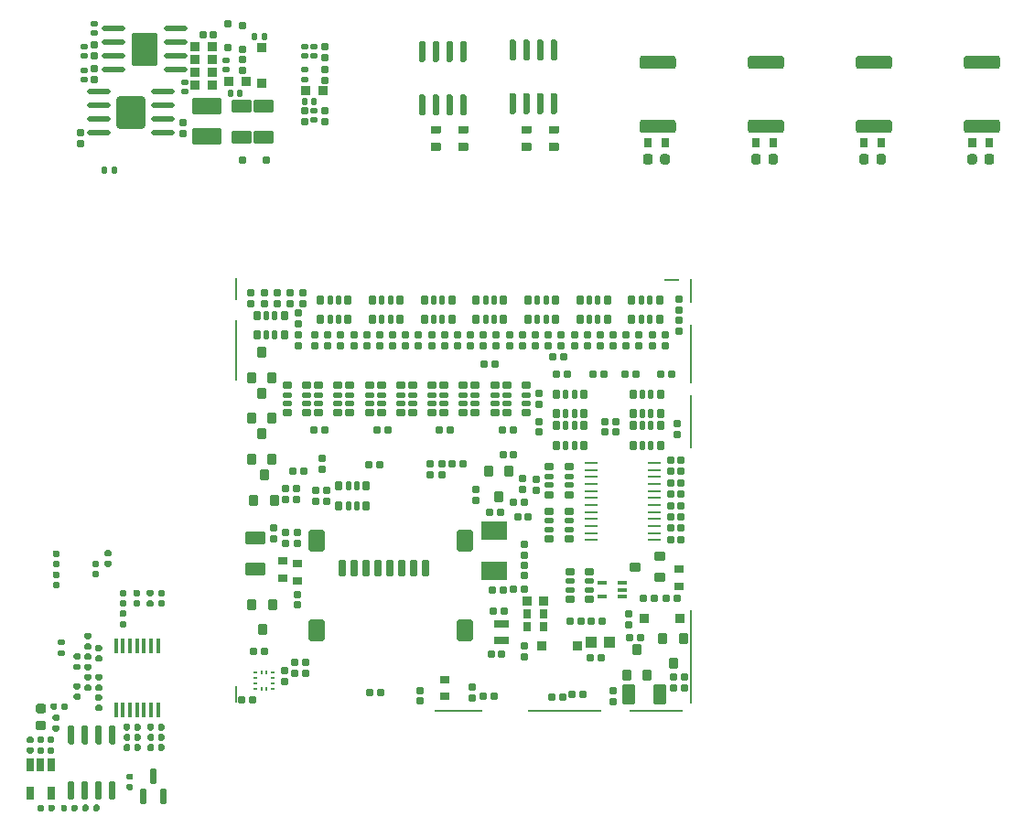
<source format=gbp>
G75*
G70*
%OFA0B0*%
%FSLAX25Y25*%
%IPPOS*%
%LPD*%
%AMOC8*
5,1,8,0,0,1.08239X$1,22.5*
%
%AMM148*
21,1,0.035430,0.030320,-0.000000,-0.000000,270.000000*
21,1,0.028350,0.037400,-0.000000,-0.000000,270.000000*
1,1,0.007090,-0.015160,-0.014170*
1,1,0.007090,-0.015160,0.014170*
1,1,0.007090,0.015160,0.014170*
1,1,0.007090,0.015160,-0.014170*
%
%AMM154*
21,1,0.027560,0.018900,-0.000000,-0.000000,0.000000*
21,1,0.022840,0.023620,-0.000000,-0.000000,0.000000*
1,1,0.004720,0.011420,-0.009450*
1,1,0.004720,-0.011420,-0.009450*
1,1,0.004720,-0.011420,0.009450*
1,1,0.004720,0.011420,0.009450*
%
%AMM157*
21,1,0.025590,0.026380,-0.000000,-0.000000,270.000000*
21,1,0.020470,0.031500,-0.000000,-0.000000,270.000000*
1,1,0.005120,-0.013190,-0.010240*
1,1,0.005120,-0.013190,0.010240*
1,1,0.005120,0.013190,0.010240*
1,1,0.005120,0.013190,-0.010240*
%
%AMM158*
21,1,0.017720,0.027950,-0.000000,-0.000000,270.000000*
21,1,0.014170,0.031500,-0.000000,-0.000000,270.000000*
1,1,0.003540,-0.013980,-0.007090*
1,1,0.003540,-0.013980,0.007090*
1,1,0.003540,0.013980,0.007090*
1,1,0.003540,0.013980,-0.007090*
%
%AMM160*
21,1,0.012600,0.028980,-0.000000,-0.000000,270.000000*
21,1,0.010080,0.031500,-0.000000,-0.000000,270.000000*
1,1,0.002520,-0.014490,-0.005040*
1,1,0.002520,-0.014490,0.005040*
1,1,0.002520,0.014490,0.005040*
1,1,0.002520,0.014490,-0.005040*
%
%AMM163*
21,1,0.027560,0.018900,-0.000000,-0.000000,270.000000*
21,1,0.022840,0.023620,-0.000000,-0.000000,270.000000*
1,1,0.004720,-0.009450,-0.011420*
1,1,0.004720,-0.009450,0.011420*
1,1,0.004720,0.009450,0.011420*
1,1,0.004720,0.009450,-0.011420*
%
%AMM180*
21,1,0.033470,0.026770,-0.000000,-0.000000,0.000000*
21,1,0.026770,0.033470,-0.000000,-0.000000,0.000000*
1,1,0.006690,0.013390,-0.013390*
1,1,0.006690,-0.013390,-0.013390*
1,1,0.006690,-0.013390,0.013390*
1,1,0.006690,0.013390,0.013390*
%
%AMM181*
21,1,0.035430,0.030320,-0.000000,-0.000000,0.000000*
21,1,0.028350,0.037400,-0.000000,-0.000000,0.000000*
1,1,0.007090,0.014170,-0.015160*
1,1,0.007090,-0.014170,-0.015160*
1,1,0.007090,-0.014170,0.015160*
1,1,0.007090,0.014170,0.015160*
%
%AMM182*
21,1,0.035830,0.026770,-0.000000,-0.000000,180.000000*
21,1,0.029130,0.033470,-0.000000,-0.000000,180.000000*
1,1,0.006690,-0.014570,0.013390*
1,1,0.006690,0.014570,0.013390*
1,1,0.006690,0.014570,-0.013390*
1,1,0.006690,-0.014570,-0.013390*
%
%AMM183*
21,1,0.070870,0.036220,-0.000000,-0.000000,180.000000*
21,1,0.061810,0.045280,-0.000000,-0.000000,180.000000*
1,1,0.009060,-0.030910,0.018110*
1,1,0.009060,0.030910,0.018110*
1,1,0.009060,0.030910,-0.018110*
1,1,0.009060,-0.030910,-0.018110*
%
%AMM184*
21,1,0.059060,0.020470,-0.000000,-0.000000,270.000000*
21,1,0.053940,0.025590,-0.000000,-0.000000,270.000000*
1,1,0.005120,-0.010240,-0.026970*
1,1,0.005120,-0.010240,0.026970*
1,1,0.005120,0.010240,0.026970*
1,1,0.005120,0.010240,-0.026970*
%
%AMM185*
21,1,0.078740,0.045670,-0.000000,-0.000000,270.000000*
21,1,0.067320,0.057090,-0.000000,-0.000000,270.000000*
1,1,0.011420,-0.022840,-0.033660*
1,1,0.011420,-0.022840,0.033660*
1,1,0.011420,0.022840,0.033660*
1,1,0.011420,0.022840,-0.033660*
%
%AMM186*
21,1,0.025590,0.026380,-0.000000,-0.000000,180.000000*
21,1,0.020470,0.031500,-0.000000,-0.000000,180.000000*
1,1,0.005120,-0.010240,0.013190*
1,1,0.005120,0.010240,0.013190*
1,1,0.005120,0.010240,-0.013190*
1,1,0.005120,-0.010240,-0.013190*
%
%AMM187*
21,1,0.017720,0.027950,-0.000000,-0.000000,180.000000*
21,1,0.014170,0.031500,-0.000000,-0.000000,180.000000*
1,1,0.003540,-0.007090,0.013980*
1,1,0.003540,0.007090,0.013980*
1,1,0.003540,0.007090,-0.013980*
1,1,0.003540,-0.007090,-0.013980*
%
%AMM188*
21,1,0.027560,0.030710,-0.000000,-0.000000,270.000000*
21,1,0.022050,0.036220,-0.000000,-0.000000,270.000000*
1,1,0.005510,-0.015350,-0.011020*
1,1,0.005510,-0.015350,0.011020*
1,1,0.005510,0.015350,0.011020*
1,1,0.005510,0.015350,-0.011020*
%
%AMM189*
21,1,0.027560,0.049610,-0.000000,-0.000000,90.000000*
21,1,0.022050,0.055120,-0.000000,-0.000000,90.000000*
1,1,0.005510,0.024800,0.011020*
1,1,0.005510,0.024800,-0.011020*
1,1,0.005510,-0.024800,-0.011020*
1,1,0.005510,-0.024800,0.011020*
%
%AMM190*
21,1,0.027560,0.030710,-0.000000,-0.000000,180.000000*
21,1,0.022050,0.036220,-0.000000,-0.000000,180.000000*
1,1,0.005510,-0.011020,0.015350*
1,1,0.005510,0.011020,0.015350*
1,1,0.005510,0.011020,-0.015350*
1,1,0.005510,-0.011020,-0.015350*
%
%AMM191*
21,1,0.070870,0.036220,-0.000000,-0.000000,270.000000*
21,1,0.061810,0.045280,-0.000000,-0.000000,270.000000*
1,1,0.009060,-0.018110,-0.030910*
1,1,0.009060,-0.018110,0.030910*
1,1,0.009060,0.018110,0.030910*
1,1,0.009060,0.018110,-0.030910*
%
%AMM226*
21,1,0.023620,0.018900,0.000000,-0.000000,90.000000*
21,1,0.018900,0.023620,0.000000,-0.000000,90.000000*
1,1,0.004720,0.009450,0.009450*
1,1,0.004720,0.009450,-0.009450*
1,1,0.004720,-0.009450,-0.009450*
1,1,0.004720,-0.009450,0.009450*
%
%AMM227*
21,1,0.019680,0.019680,0.000000,-0.000000,180.000000*
21,1,0.015750,0.023620,0.000000,-0.000000,180.000000*
1,1,0.003940,-0.007870,0.009840*
1,1,0.003940,0.007870,0.009840*
1,1,0.003940,0.007870,-0.009840*
1,1,0.003940,-0.007870,-0.009840*
%
%AMM228*
21,1,0.033470,0.026770,0.000000,-0.000000,180.000000*
21,1,0.026770,0.033470,0.000000,-0.000000,180.000000*
1,1,0.006690,-0.013390,0.013390*
1,1,0.006690,0.013390,0.013390*
1,1,0.006690,0.013390,-0.013390*
1,1,0.006690,-0.013390,-0.013390*
%
%AMM229*
21,1,0.019680,0.019680,0.000000,-0.000000,270.000000*
21,1,0.015750,0.023620,0.000000,-0.000000,270.000000*
1,1,0.003940,-0.009840,-0.007870*
1,1,0.003940,-0.009840,0.007870*
1,1,0.003940,0.009840,0.007870*
1,1,0.003940,0.009840,-0.007870*
%
%AMM289*
21,1,0.035830,0.026770,0.000000,-0.000000,270.000000*
21,1,0.029130,0.033470,0.000000,-0.000000,270.000000*
1,1,0.006690,-0.013390,-0.014570*
1,1,0.006690,-0.013390,0.014570*
1,1,0.006690,0.013390,0.014570*
1,1,0.006690,0.013390,-0.014570*
%
%AMM290*
21,1,0.070870,0.036220,0.000000,-0.000000,0.000000*
21,1,0.061810,0.045280,0.000000,-0.000000,0.000000*
1,1,0.009060,0.030910,-0.018110*
1,1,0.009060,-0.030910,-0.018110*
1,1,0.009060,-0.030910,0.018110*
1,1,0.009060,0.030910,0.018110*
%
%AMM293*
21,1,0.023620,0.018900,0.000000,-0.000000,0.000000*
21,1,0.018900,0.023620,0.000000,-0.000000,0.000000*
1,1,0.004720,0.009450,-0.009450*
1,1,0.004720,-0.009450,-0.009450*
1,1,0.004720,-0.009450,0.009450*
1,1,0.004720,0.009450,0.009450*
%
%AMM304*
21,1,0.023620,0.018900,0.000000,-0.000000,270.000000*
21,1,0.018900,0.023620,0.000000,-0.000000,270.000000*
1,1,0.004720,-0.009450,-0.009450*
1,1,0.004720,-0.009450,0.009450*
1,1,0.004720,0.009450,0.009450*
1,1,0.004720,0.009450,-0.009450*
%
%AMM305*
21,1,0.106300,0.050390,0.000000,-0.000000,0.000000*
21,1,0.093700,0.062990,0.000000,-0.000000,0.000000*
1,1,0.012600,0.046850,-0.025200*
1,1,0.012600,-0.046850,-0.025200*
1,1,0.012600,-0.046850,0.025200*
1,1,0.012600,0.046850,0.025200*
%
%AMM306*
21,1,0.122050,0.075590,0.000000,-0.000000,90.000000*
21,1,0.103150,0.094490,0.000000,-0.000000,90.000000*
1,1,0.018900,0.037800,0.051580*
1,1,0.018900,0.037800,-0.051580*
1,1,0.018900,-0.037800,-0.051580*
1,1,0.018900,-0.037800,0.051580*
%
%AMM307*
21,1,0.118110,0.083460,0.000000,-0.000000,270.000000*
21,1,0.097240,0.104330,0.000000,-0.000000,270.000000*
1,1,0.020870,-0.041730,-0.048620*
1,1,0.020870,-0.041730,0.048620*
1,1,0.020870,0.041730,0.048620*
1,1,0.020870,0.041730,-0.048620*
%
%ADD129R,0.03937X0.04331*%
%ADD134R,0.09449X0.06693*%
%ADD14R,0.00787X0.09055*%
%ADD141O,0.04961X0.00984*%
%ADD142R,0.00984X0.01378*%
%ADD143R,0.01378X0.00984*%
%ADD15R,0.00787X0.21260*%
%ADD16R,0.00787X0.33858*%
%ADD17R,0.00787X0.19685*%
%ADD18R,0.05512X0.00787*%
%ADD19R,0.19685X0.00787*%
%ADD20R,0.26772X0.00787*%
%ADD21R,0.17717X0.00787*%
%ADD22R,0.00787X0.06299*%
%ADD23R,0.00787X0.22441*%
%ADD24R,0.00787X0.07874*%
%ADD313M148*%
%ADD319M154*%
%ADD322M157*%
%ADD323M158*%
%ADD325M160*%
%ADD328M163*%
%ADD345M180*%
%ADD346M181*%
%ADD347M182*%
%ADD348M183*%
%ADD349M184*%
%ADD350M185*%
%ADD351M186*%
%ADD352M187*%
%ADD353M188*%
%ADD354M189*%
%ADD355M190*%
%ADD356M191*%
%ADD391M226*%
%ADD392M227*%
%ADD393M228*%
%ADD394M229*%
%ADD404R,0.01772X0.05709*%
%ADD405R,0.02559X0.04803*%
%ADD426O,0.08661X0.01968*%
%ADD464M289*%
%ADD465M290*%
%ADD468M293*%
%ADD479M304*%
%ADD480M305*%
%ADD481M306*%
%ADD482M307*%
X0000000Y0000000D02*
%LPD*%
G01*
G36*
G01*
X0289148Y0263898D02*
X0289148Y0266969D01*
G75*
G02*
X0289423Y0267244I0000276J0000000D01*
G01*
X0291628Y0267244D01*
G75*
G02*
X0291904Y0266969I0000000J-000276D01*
G01*
X0291904Y0263898D01*
G75*
G02*
X0291628Y0263622I-000276J0000000D01*
G01*
X0289423Y0263622D01*
G75*
G02*
X0289148Y0263898I0000000J0000276D01*
G01*
G37*
G36*
G01*
X0295447Y0263898D02*
X0295447Y0266969D01*
G75*
G02*
X0295722Y0267244I0000276J0000000D01*
G01*
X0297927Y0267244D01*
G75*
G02*
X0298203Y0266969I0000000J-000276D01*
G01*
X0298203Y0263898D01*
G75*
G02*
X0297927Y0263622I-000276J0000000D01*
G01*
X0295722Y0263622D01*
G75*
G02*
X0295447Y0263898I0000000J0000276D01*
G01*
G37*
G36*
G01*
X0378461Y0269002D02*
X0367240Y0269002D01*
G75*
G02*
X0366256Y0269986I0000000J0000984D01*
G01*
X0366256Y0272841D01*
G75*
G02*
X0367240Y0273825I0000984J0000000D01*
G01*
X0378461Y0273825D01*
G75*
G02*
X0379445Y0272841I0000000J-000984D01*
G01*
X0379445Y0269986D01*
G75*
G02*
X0378461Y0269002I-000984J0000000D01*
G01*
G37*
G36*
G01*
X0378461Y0292329D02*
X0367240Y0292329D01*
G75*
G02*
X0366256Y0293313I0000000J0000984D01*
G01*
X0366256Y0296167D01*
G75*
G02*
X0367240Y0297152I0000984J0000000D01*
G01*
X0378461Y0297152D01*
G75*
G02*
X0379445Y0296167I0000000J-000984D01*
G01*
X0379445Y0293313D01*
G75*
G02*
X0378461Y0292329I-000984J0000000D01*
G01*
G37*
G36*
G01*
X0337819Y0260442D02*
X0337819Y0258424D01*
G75*
G02*
X0336958Y0257563I-000861J0000000D01*
G01*
X0335235Y0257563D01*
G75*
G02*
X0334374Y0258424I0000000J0000861D01*
G01*
X0334374Y0260442D01*
G75*
G02*
X0335235Y0261303I0000861J0000000D01*
G01*
X0336958Y0261303D01*
G75*
G02*
X0337819Y0260442I0000000J-000861D01*
G01*
G37*
G36*
G01*
X0331618Y0260442D02*
X0331618Y0258424D01*
G75*
G02*
X0330757Y0257563I-000861J0000000D01*
G01*
X0329034Y0257563D01*
G75*
G02*
X0328173Y0258424I0000000J0000861D01*
G01*
X0328173Y0260442D01*
G75*
G02*
X0329034Y0261303I0000861J0000000D01*
G01*
X0330757Y0261303D01*
G75*
G02*
X0331618Y0260442I0000000J-000861D01*
G01*
G37*
G36*
G01*
X0299720Y0269002D02*
X0288500Y0269002D01*
G75*
G02*
X0287516Y0269986I0000000J0000984D01*
G01*
X0287516Y0272841D01*
G75*
G02*
X0288500Y0273825I0000984J0000000D01*
G01*
X0299720Y0273825D01*
G75*
G02*
X0300705Y0272841I0000000J-000984D01*
G01*
X0300705Y0269986D01*
G75*
G02*
X0299720Y0269002I-000984J0000000D01*
G01*
G37*
G36*
G01*
X0299720Y0292329D02*
X0288500Y0292329D01*
G75*
G02*
X0287516Y0293313I0000000J0000984D01*
G01*
X0287516Y0296167D01*
G75*
G02*
X0288500Y0297152I0000984J0000000D01*
G01*
X0299720Y0297152D01*
G75*
G02*
X0300705Y0296167I0000000J-000984D01*
G01*
X0300705Y0293313D01*
G75*
G02*
X0299720Y0292329I-000984J0000000D01*
G01*
G37*
G36*
G01*
X0175386Y0262535D02*
X0172315Y0262535D01*
G75*
G02*
X0172039Y0262811I0000000J0000276D01*
G01*
X0172039Y0265016D01*
G75*
G02*
X0172315Y0265291I0000276J0000000D01*
G01*
X0175386Y0265291D01*
G75*
G02*
X0175661Y0265016I0000000J-000276D01*
G01*
X0175661Y0262811D01*
G75*
G02*
X0175386Y0262535I-000276J0000000D01*
G01*
G37*
G36*
G01*
X0175386Y0268835D02*
X0172315Y0268835D01*
G75*
G02*
X0172039Y0269110I0000000J0000276D01*
G01*
X0172039Y0271315D01*
G75*
G02*
X0172315Y0271591I0000276J0000000D01*
G01*
X0175386Y0271591D01*
G75*
G02*
X0175661Y0271315I0000000J-000276D01*
G01*
X0175661Y0269110D01*
G75*
G02*
X0175386Y0268835I-000276J0000000D01*
G01*
G37*
G36*
G01*
X0208386Y0262535D02*
X0205315Y0262535D01*
G75*
G02*
X0205039Y0262811I0000000J0000276D01*
G01*
X0205039Y0265016D01*
G75*
G02*
X0205315Y0265291I0000276J0000000D01*
G01*
X0208386Y0265291D01*
G75*
G02*
X0208661Y0265016I0000000J-000276D01*
G01*
X0208661Y0262811D01*
G75*
G02*
X0208386Y0262535I-000276J0000000D01*
G01*
G37*
G36*
G01*
X0208386Y0268835D02*
X0205315Y0268835D01*
G75*
G02*
X0205039Y0269110I0000000J0000276D01*
G01*
X0205039Y0271315D01*
G75*
G02*
X0205315Y0271591I0000276J0000000D01*
G01*
X0208386Y0271591D01*
G75*
G02*
X0208661Y0271315I0000000J-000276D01*
G01*
X0208661Y0269110D01*
G75*
G02*
X0208386Y0268835I-000276J0000000D01*
G01*
G37*
G36*
G01*
X0260350Y0269002D02*
X0249130Y0269002D01*
G75*
G02*
X0248146Y0269986I0000000J0000984D01*
G01*
X0248146Y0272841D01*
G75*
G02*
X0249130Y0273825I0000984J0000000D01*
G01*
X0260350Y0273825D01*
G75*
G02*
X0261335Y0272841I0000000J-000984D01*
G01*
X0261335Y0269986D01*
G75*
G02*
X0260350Y0269002I-000984J0000000D01*
G01*
G37*
G36*
G01*
X0260350Y0292329D02*
X0249130Y0292329D01*
G75*
G02*
X0248146Y0293313I0000000J0000984D01*
G01*
X0248146Y0296167D01*
G75*
G02*
X0249130Y0297152I0000984J0000000D01*
G01*
X0260350Y0297152D01*
G75*
G02*
X0261335Y0296167I0000000J-000984D01*
G01*
X0261335Y0293313D01*
G75*
G02*
X0260350Y0292329I-000984J0000000D01*
G01*
G37*
G36*
G01*
X0218386Y0262535D02*
X0215315Y0262535D01*
G75*
G02*
X0215039Y0262811I0000000J0000276D01*
G01*
X0215039Y0265016D01*
G75*
G02*
X0215315Y0265291I0000276J0000000D01*
G01*
X0218386Y0265291D01*
G75*
G02*
X0218661Y0265016I0000000J-000276D01*
G01*
X0218661Y0262811D01*
G75*
G02*
X0218386Y0262535I-000276J0000000D01*
G01*
G37*
G36*
G01*
X0218386Y0268835D02*
X0215315Y0268835D01*
G75*
G02*
X0215039Y0269110I0000000J0000276D01*
G01*
X0215039Y0271315D01*
G75*
G02*
X0215315Y0271591I0000276J0000000D01*
G01*
X0218386Y0271591D01*
G75*
G02*
X0218661Y0271315I0000000J-000276D01*
G01*
X0218661Y0269110D01*
G75*
G02*
X0218386Y0268835I-000276J0000000D01*
G01*
G37*
G36*
G01*
X0185386Y0262535D02*
X0182315Y0262535D01*
G75*
G02*
X0182039Y0262811I0000000J0000276D01*
G01*
X0182039Y0265016D01*
G75*
G02*
X0182315Y0265291I0000276J0000000D01*
G01*
X0185386Y0265291D01*
G75*
G02*
X0185661Y0265016I0000000J-000276D01*
G01*
X0185661Y0262811D01*
G75*
G02*
X0185386Y0262535I-000276J0000000D01*
G01*
G37*
G36*
G01*
X0185386Y0268835D02*
X0182315Y0268835D01*
G75*
G02*
X0182039Y0269110I0000000J0000276D01*
G01*
X0182039Y0271315D01*
G75*
G02*
X0182315Y0271591I0000276J0000000D01*
G01*
X0185386Y0271591D01*
G75*
G02*
X0185661Y0271315I0000000J-000276D01*
G01*
X0185661Y0269110D01*
G75*
G02*
X0185386Y0268835I-000276J0000000D01*
G01*
G37*
G36*
G01*
X0249778Y0263898D02*
X0249778Y0266969D01*
G75*
G02*
X0250053Y0267244I0000276J0000000D01*
G01*
X0252258Y0267244D01*
G75*
G02*
X0252533Y0266969I0000000J-000276D01*
G01*
X0252533Y0263898D01*
G75*
G02*
X0252258Y0263622I-000276J0000000D01*
G01*
X0250053Y0263622D01*
G75*
G02*
X0249778Y0263898I0000000J0000276D01*
G01*
G37*
G36*
G01*
X0256077Y0263898D02*
X0256077Y0266969D01*
G75*
G02*
X0256352Y0267244I0000276J0000000D01*
G01*
X0258557Y0267244D01*
G75*
G02*
X0258833Y0266969I0000000J-000276D01*
G01*
X0258833Y0263898D01*
G75*
G02*
X0258557Y0263622I-000276J0000000D01*
G01*
X0256352Y0263622D01*
G75*
G02*
X0256077Y0263898I0000000J0000276D01*
G01*
G37*
G36*
G01*
X0184441Y0275374D02*
X0183260Y0275374D01*
G75*
G02*
X0182669Y0275965I0000000J0000591D01*
G01*
X0182669Y0282461D01*
G75*
G02*
X0183260Y0283051I0000591J0000000D01*
G01*
X0184441Y0283051D01*
G75*
G02*
X0185031Y0282461I0000000J-000591D01*
G01*
X0185031Y0275965D01*
G75*
G02*
X0184441Y0275374I-000591J0000000D01*
G01*
G37*
G36*
G01*
X0179441Y0275374D02*
X0178260Y0275374D01*
G75*
G02*
X0177669Y0275965I0000000J0000591D01*
G01*
X0177669Y0282461D01*
G75*
G02*
X0178260Y0283051I0000591J0000000D01*
G01*
X0179441Y0283051D01*
G75*
G02*
X0180031Y0282461I0000000J-000591D01*
G01*
X0180031Y0275965D01*
G75*
G02*
X0179441Y0275374I-000591J0000000D01*
G01*
G37*
G36*
G01*
X0174441Y0275374D02*
X0173260Y0275374D01*
G75*
G02*
X0172669Y0275965I0000000J0000591D01*
G01*
X0172669Y0282461D01*
G75*
G02*
X0173260Y0283051I0000591J0000000D01*
G01*
X0174441Y0283051D01*
G75*
G02*
X0175031Y0282461I0000000J-000591D01*
G01*
X0175031Y0275965D01*
G75*
G02*
X0174441Y0275374I-000591J0000000D01*
G01*
G37*
G36*
G01*
X0169441Y0275374D02*
X0168260Y0275374D01*
G75*
G02*
X0167669Y0275965I0000000J0000591D01*
G01*
X0167669Y0282461D01*
G75*
G02*
X0168260Y0283051I0000591J0000000D01*
G01*
X0169441Y0283051D01*
G75*
G02*
X0170031Y0282461I0000000J-000591D01*
G01*
X0170031Y0275965D01*
G75*
G02*
X0169441Y0275374I-000591J0000000D01*
G01*
G37*
G36*
G01*
X0169441Y0294862D02*
X0168260Y0294862D01*
G75*
G02*
X0167669Y0295453I0000000J0000591D01*
G01*
X0167669Y0301949D01*
G75*
G02*
X0168260Y0302539I0000591J0000000D01*
G01*
X0169441Y0302539D01*
G75*
G02*
X0170031Y0301949I0000000J-000591D01*
G01*
X0170031Y0295453D01*
G75*
G02*
X0169441Y0294862I-000591J0000000D01*
G01*
G37*
G36*
G01*
X0174441Y0294862D02*
X0173260Y0294862D01*
G75*
G02*
X0172669Y0295453I0000000J0000591D01*
G01*
X0172669Y0301949D01*
G75*
G02*
X0173260Y0302539I0000591J0000000D01*
G01*
X0174441Y0302539D01*
G75*
G02*
X0175031Y0301949I0000000J-000591D01*
G01*
X0175031Y0295453D01*
G75*
G02*
X0174441Y0294862I-000591J0000000D01*
G01*
G37*
G36*
G01*
X0179441Y0294862D02*
X0178260Y0294862D01*
G75*
G02*
X0177669Y0295453I0000000J0000591D01*
G01*
X0177669Y0301949D01*
G75*
G02*
X0178260Y0302539I0000591J0000000D01*
G01*
X0179441Y0302539D01*
G75*
G02*
X0180031Y0301949I0000000J-000591D01*
G01*
X0180031Y0295453D01*
G75*
G02*
X0179441Y0294862I-000591J0000000D01*
G01*
G37*
G36*
G01*
X0184441Y0294862D02*
X0183260Y0294862D01*
G75*
G02*
X0182669Y0295453I0000000J0000591D01*
G01*
X0182669Y0301949D01*
G75*
G02*
X0183260Y0302539I0000591J0000000D01*
G01*
X0184441Y0302539D01*
G75*
G02*
X0185031Y0301949I0000000J-000591D01*
G01*
X0185031Y0295453D01*
G75*
G02*
X0184441Y0294862I-000591J0000000D01*
G01*
G37*
G36*
G01*
X0328518Y0263898D02*
X0328518Y0266969D01*
G75*
G02*
X0328793Y0267244I0000276J0000000D01*
G01*
X0330998Y0267244D01*
G75*
G02*
X0331274Y0266969I0000000J-000276D01*
G01*
X0331274Y0263898D01*
G75*
G02*
X0330998Y0263622I-000276J0000000D01*
G01*
X0328793Y0263622D01*
G75*
G02*
X0328518Y0263898I0000000J0000276D01*
G01*
G37*
G36*
G01*
X0334817Y0263898D02*
X0334817Y0266969D01*
G75*
G02*
X0335093Y0267244I0000276J0000000D01*
G01*
X0337297Y0267244D01*
G75*
G02*
X0337573Y0266969I0000000J-000276D01*
G01*
X0337573Y0263898D01*
G75*
G02*
X0337297Y0263622I-000276J0000000D01*
G01*
X0335093Y0263622D01*
G75*
G02*
X0334817Y0263898I0000000J0000276D01*
G01*
G37*
G36*
G01*
X0367888Y0263898D02*
X0367888Y0266969D01*
G75*
G02*
X0368163Y0267244I0000276J0000000D01*
G01*
X0370368Y0267244D01*
G75*
G02*
X0370644Y0266969I0000000J-000276D01*
G01*
X0370644Y0263898D01*
G75*
G02*
X0370368Y0263622I-000276J0000000D01*
G01*
X0368163Y0263622D01*
G75*
G02*
X0367888Y0263898I0000000J0000276D01*
G01*
G37*
G36*
G01*
X0374187Y0263898D02*
X0374187Y0266969D01*
G75*
G02*
X0374463Y0267244I0000276J0000000D01*
G01*
X0376667Y0267244D01*
G75*
G02*
X0376943Y0266969I0000000J-000276D01*
G01*
X0376943Y0263898D01*
G75*
G02*
X0376667Y0263622I-000276J0000000D01*
G01*
X0374463Y0263622D01*
G75*
G02*
X0374187Y0263898I0000000J0000276D01*
G01*
G37*
G36*
G01*
X0377189Y0260442D02*
X0377189Y0258424D01*
G75*
G02*
X0376328Y0257563I-000861J0000000D01*
G01*
X0374605Y0257563D01*
G75*
G02*
X0373744Y0258424I0000000J0000861D01*
G01*
X0373744Y0260442D01*
G75*
G02*
X0374605Y0261303I0000861J0000000D01*
G01*
X0376328Y0261303D01*
G75*
G02*
X0377189Y0260442I0000000J-000861D01*
G01*
G37*
G36*
G01*
X0370988Y0260442D02*
X0370988Y0258424D01*
G75*
G02*
X0370127Y0257563I-000861J0000000D01*
G01*
X0368405Y0257563D01*
G75*
G02*
X0367543Y0258424I0000000J0000861D01*
G01*
X0367543Y0260442D01*
G75*
G02*
X0368405Y0261303I0000861J0000000D01*
G01*
X0370127Y0261303D01*
G75*
G02*
X0370988Y0260442I0000000J-000861D01*
G01*
G37*
G36*
G01*
X0339091Y0269002D02*
X0327870Y0269002D01*
G75*
G02*
X0326886Y0269986I0000000J0000984D01*
G01*
X0326886Y0272841D01*
G75*
G02*
X0327870Y0273825I0000984J0000000D01*
G01*
X0339091Y0273825D01*
G75*
G02*
X0340075Y0272841I0000000J-000984D01*
G01*
X0340075Y0269986D01*
G75*
G02*
X0339091Y0269002I-000984J0000000D01*
G01*
G37*
G36*
G01*
X0339091Y0292329D02*
X0327870Y0292329D01*
G75*
G02*
X0326886Y0293313I0000000J0000984D01*
G01*
X0326886Y0296167D01*
G75*
G02*
X0327870Y0297152I0000984J0000000D01*
G01*
X0339091Y0297152D01*
G75*
G02*
X0340075Y0296167I0000000J-000984D01*
G01*
X0340075Y0293313D01*
G75*
G02*
X0339091Y0292329I-000984J0000000D01*
G01*
G37*
G36*
G01*
X0259079Y0260442D02*
X0259079Y0258424D01*
G75*
G02*
X0258218Y0257563I-000861J0000000D01*
G01*
X0256495Y0257563D01*
G75*
G02*
X0255634Y0258424I0000000J0000861D01*
G01*
X0255634Y0260442D01*
G75*
G02*
X0256495Y0261303I0000861J0000000D01*
G01*
X0258218Y0261303D01*
G75*
G02*
X0259079Y0260442I0000000J-000861D01*
G01*
G37*
G36*
G01*
X0252878Y0260442D02*
X0252878Y0258424D01*
G75*
G02*
X0252017Y0257563I-000861J0000000D01*
G01*
X0250294Y0257563D01*
G75*
G02*
X0249433Y0258424I0000000J0000861D01*
G01*
X0249433Y0260442D01*
G75*
G02*
X0250294Y0261303I0000861J0000000D01*
G01*
X0252017Y0261303D01*
G75*
G02*
X0252878Y0260442I0000000J-000861D01*
G01*
G37*
G36*
G01*
X0298449Y0260442D02*
X0298449Y0258424D01*
G75*
G02*
X0297588Y0257563I-000861J0000000D01*
G01*
X0295865Y0257563D01*
G75*
G02*
X0295004Y0258424I0000000J0000861D01*
G01*
X0295004Y0260442D01*
G75*
G02*
X0295865Y0261303I0000861J0000000D01*
G01*
X0297588Y0261303D01*
G75*
G02*
X0298449Y0260442I0000000J-000861D01*
G01*
G37*
G36*
G01*
X0292248Y0260442D02*
X0292248Y0258424D01*
G75*
G02*
X0291387Y0257563I-000861J0000000D01*
G01*
X0289664Y0257563D01*
G75*
G02*
X0288803Y0258424I0000000J0000861D01*
G01*
X0288803Y0260442D01*
G75*
G02*
X0289664Y0261303I0000861J0000000D01*
G01*
X0291387Y0261303D01*
G75*
G02*
X0292248Y0260442I0000000J-000861D01*
G01*
G37*
G36*
G01*
X0217441Y0275886D02*
X0216260Y0275886D01*
G75*
G02*
X0215669Y0276476I0000000J0000591D01*
G01*
X0215669Y0282972D01*
G75*
G02*
X0216260Y0283563I0000591J0000000D01*
G01*
X0217441Y0283563D01*
G75*
G02*
X0218031Y0282972I0000000J-000591D01*
G01*
X0218031Y0276476D01*
G75*
G02*
X0217441Y0275886I-000591J0000000D01*
G01*
G37*
G36*
G01*
X0212441Y0275886D02*
X0211260Y0275886D01*
G75*
G02*
X0210669Y0276476I0000000J0000591D01*
G01*
X0210669Y0282972D01*
G75*
G02*
X0211260Y0283563I0000591J0000000D01*
G01*
X0212441Y0283563D01*
G75*
G02*
X0213031Y0282972I0000000J-000591D01*
G01*
X0213031Y0276476D01*
G75*
G02*
X0212441Y0275886I-000591J0000000D01*
G01*
G37*
G36*
G01*
X0207441Y0275886D02*
X0206260Y0275886D01*
G75*
G02*
X0205669Y0276476I0000000J0000591D01*
G01*
X0205669Y0282972D01*
G75*
G02*
X0206260Y0283563I0000591J0000000D01*
G01*
X0207441Y0283563D01*
G75*
G02*
X0208031Y0282972I0000000J-000591D01*
G01*
X0208031Y0276476D01*
G75*
G02*
X0207441Y0275886I-000591J0000000D01*
G01*
G37*
G36*
G01*
X0202441Y0275886D02*
X0201260Y0275886D01*
G75*
G02*
X0200669Y0276476I0000000J0000591D01*
G01*
X0200669Y0282972D01*
G75*
G02*
X0201260Y0283563I0000591J0000000D01*
G01*
X0202441Y0283563D01*
G75*
G02*
X0203031Y0282972I0000000J-000591D01*
G01*
X0203031Y0276476D01*
G75*
G02*
X0202441Y0275886I-000591J0000000D01*
G01*
G37*
G36*
G01*
X0202441Y0295374D02*
X0201260Y0295374D01*
G75*
G02*
X0200669Y0295965I0000000J0000591D01*
G01*
X0200669Y0302461D01*
G75*
G02*
X0201260Y0303051I0000591J0000000D01*
G01*
X0202441Y0303051D01*
G75*
G02*
X0203031Y0302461I0000000J-000591D01*
G01*
X0203031Y0295965D01*
G75*
G02*
X0202441Y0295374I-000591J0000000D01*
G01*
G37*
G36*
G01*
X0207441Y0295374D02*
X0206260Y0295374D01*
G75*
G02*
X0205669Y0295965I0000000J0000591D01*
G01*
X0205669Y0302461D01*
G75*
G02*
X0206260Y0303051I0000591J0000000D01*
G01*
X0207441Y0303051D01*
G75*
G02*
X0208031Y0302461I0000000J-000591D01*
G01*
X0208031Y0295965D01*
G75*
G02*
X0207441Y0295374I-000591J0000000D01*
G01*
G37*
G36*
G01*
X0212441Y0295374D02*
X0211260Y0295374D01*
G75*
G02*
X0210669Y0295965I0000000J0000591D01*
G01*
X0210669Y0302461D01*
G75*
G02*
X0211260Y0303051I0000591J0000000D01*
G01*
X0212441Y0303051D01*
G75*
G02*
X0213031Y0302461I0000000J-000591D01*
G01*
X0213031Y0295965D01*
G75*
G02*
X0212441Y0295374I-000591J0000000D01*
G01*
G37*
G36*
G01*
X0217441Y0295374D02*
X0216260Y0295374D01*
G75*
G02*
X0215669Y0295965I0000000J0000591D01*
G01*
X0215669Y0302461D01*
G75*
G02*
X0216260Y0303051I0000591J0000000D01*
G01*
X0217441Y0303051D01*
G75*
G02*
X0218031Y0302461I0000000J-000591D01*
G01*
X0218031Y0295965D01*
G75*
G02*
X0217441Y0295374I-000591J0000000D01*
G01*
G37*
X0343327Y0236945D02*
%LPD*%
G01*
X0267228Y0215882D02*
G01*
G75*
D15*
X0266834Y0188323D02*
D03*
D14*
X0266834Y0211354D02*
D03*
D17*
X0266834Y0163914D02*
D03*
D24*
X0101086Y0211945D02*
D03*
D19*
X0254236Y0058402D02*
D03*
D20*
X0220771Y0058402D02*
D03*
D21*
X0181992Y0058402D02*
D03*
D23*
X0101086Y0189701D02*
D03*
D22*
X0101086Y0064307D02*
D03*
D18*
X0259748Y0215488D02*
D03*
D16*
X0266834Y0078087D02*
D03*
D313*
X0255613Y0114640D02*
D03*
X0246361Y0110900D02*
D03*
D313*
X0255613Y0107159D02*
D03*
D319*
X0119246Y0119425D02*
D03*
X0119246Y0123362D02*
D03*
X0235535Y0163914D02*
D03*
X0235535Y0159977D02*
D03*
X0114866Y0121000D02*
D03*
X0114866Y0124937D02*
D03*
X0238586Y0061748D02*
D03*
X0238586Y0065685D02*
D03*
X0205403Y0139110D02*
D03*
X0205403Y0143047D02*
D03*
X0188498Y0139182D02*
D03*
X0188498Y0135245D02*
D03*
X0210535Y0142654D02*
D03*
X0210535Y0138717D02*
D03*
X0261729Y0159066D02*
D03*
X0261729Y0163003D02*
D03*
X0244000Y0089898D02*
D03*
X0244000Y0093835D02*
D03*
X0264472Y0070803D02*
D03*
X0264472Y0066866D02*
D03*
X0132582Y0146591D02*
D03*
X0132582Y0150528D02*
D03*
X0206204Y0082024D02*
D03*
X0206204Y0078087D02*
D03*
X0175987Y0148461D02*
D03*
X0175987Y0144524D02*
D03*
X0187012Y0067161D02*
D03*
X0187012Y0063225D02*
D03*
X0134157Y0134780D02*
D03*
X0134157Y0138717D02*
D03*
X0130220Y0134780D02*
D03*
X0130220Y0138717D02*
D03*
X0260338Y0070803D02*
D03*
X0260338Y0066866D02*
D03*
X0123330Y0119425D02*
D03*
X0123330Y0123362D02*
D03*
X0123527Y0096984D02*
D03*
X0123527Y0100921D02*
D03*
X0171657Y0148461D02*
D03*
X0171657Y0144524D02*
D03*
X0168015Y0061945D02*
D03*
X0168015Y0065882D02*
D03*
X0206204Y0111551D02*
D03*
X0206204Y0107614D02*
D03*
X0206204Y0115095D02*
D03*
X0206204Y0119032D02*
D03*
X0219590Y0191473D02*
D03*
X0219590Y0195410D02*
D03*
X0214866Y0191473D02*
D03*
X0214866Y0195410D02*
D03*
X0210141Y0191473D02*
D03*
X0210141Y0195410D02*
D03*
X0205417Y0191473D02*
D03*
X0205417Y0195410D02*
D03*
X0120771Y0210764D02*
D03*
X0120771Y0206827D02*
D03*
X0116047Y0206827D02*
D03*
X0116047Y0210764D02*
D03*
X0111323Y0210764D02*
D03*
X0111323Y0206827D02*
D03*
X0106598Y0210764D02*
D03*
X0106598Y0206827D02*
D03*
X0239472Y0163914D02*
D03*
X0239472Y0159977D02*
D03*
X0211519Y0163914D02*
D03*
X0211519Y0159977D02*
D03*
X0243212Y0191473D02*
D03*
X0243212Y0195410D02*
D03*
X0247936Y0191473D02*
D03*
X0247936Y0195410D02*
D03*
X0252661Y0191473D02*
D03*
X0252661Y0195410D02*
D03*
X0257385Y0191473D02*
D03*
X0257385Y0195410D02*
D03*
X0224314Y0191473D02*
D03*
X0224314Y0195410D02*
D03*
X0229039Y0191473D02*
D03*
X0229039Y0195410D02*
D03*
X0233763Y0191473D02*
D03*
X0233763Y0195410D02*
D03*
X0238488Y0191473D02*
D03*
X0238488Y0195410D02*
D03*
X0186519Y0191473D02*
D03*
X0186519Y0195410D02*
D03*
X0191243Y0191473D02*
D03*
X0191243Y0195410D02*
D03*
X0195968Y0191473D02*
D03*
X0195968Y0195410D02*
D03*
X0200692Y0191473D02*
D03*
X0200692Y0195410D02*
D03*
X0167621Y0195410D02*
D03*
X0167621Y0191473D02*
D03*
X0172346Y0191473D02*
D03*
X0172346Y0195410D02*
D03*
X0177070Y0191473D02*
D03*
X0177070Y0195410D02*
D03*
X0181795Y0191473D02*
D03*
X0181795Y0195410D02*
D03*
X0148724Y0191473D02*
D03*
X0148724Y0195410D02*
D03*
X0153448Y0191473D02*
D03*
X0153448Y0195410D02*
D03*
X0158173Y0191473D02*
D03*
X0158173Y0195410D02*
D03*
X0162897Y0191473D02*
D03*
X0162897Y0195410D02*
D03*
X0134551Y0191473D02*
D03*
X0134551Y0195410D02*
D03*
X0139275Y0191473D02*
D03*
X0139275Y0195410D02*
D03*
X0144000Y0191473D02*
D03*
X0144000Y0195410D02*
D03*
X0262504Y0200725D02*
D03*
X0262504Y0196788D02*
D03*
X0125495Y0206827D02*
D03*
X0125495Y0210764D02*
D03*
X0211519Y0174150D02*
D03*
X0211519Y0170213D02*
D03*
X0123921Y0195410D02*
D03*
X0123921Y0191473D02*
D03*
X0262504Y0208402D02*
D03*
X0262504Y0204465D02*
D03*
X0123921Y0199347D02*
D03*
X0123921Y0203284D02*
D03*
X0118803Y0069032D02*
D03*
X0118803Y0072969D02*
D03*
X0129826Y0191473D02*
D03*
X0129826Y0195410D02*
D03*
D322*
X0229826Y0099051D02*
D03*
X0222740Y0099051D02*
D03*
X0222740Y0109091D02*
D03*
X0229826Y0109091D02*
D03*
X0215259Y0147280D02*
D03*
X0222346Y0147280D02*
D03*
X0222346Y0137240D02*
D03*
X0215259Y0137240D02*
D03*
X0215259Y0131138D02*
D03*
X0222346Y0131138D02*
D03*
X0222346Y0121098D02*
D03*
X0215259Y0121098D02*
D03*
X0119787Y0166965D02*
D03*
X0126874Y0166965D02*
D03*
X0126874Y0177004D02*
D03*
X0119787Y0177004D02*
D03*
X0138291Y0177004D02*
D03*
X0131204Y0177004D02*
D03*
X0131204Y0166965D02*
D03*
X0138291Y0166965D02*
D03*
X0188291Y0166965D02*
D03*
X0195377Y0166965D02*
D03*
X0195377Y0177004D02*
D03*
X0188291Y0177004D02*
D03*
X0206795Y0177004D02*
D03*
X0199708Y0177004D02*
D03*
X0199708Y0166965D02*
D03*
X0206795Y0166965D02*
D03*
X0165456Y0166965D02*
D03*
X0172543Y0166965D02*
D03*
X0172543Y0177004D02*
D03*
X0165456Y0177004D02*
D03*
X0183960Y0177004D02*
D03*
X0176873Y0177004D02*
D03*
X0176873Y0166965D02*
D03*
X0183960Y0166965D02*
D03*
X0142621Y0166965D02*
D03*
X0149708Y0166965D02*
D03*
X0149708Y0177004D02*
D03*
X0142621Y0177004D02*
D03*
X0161125Y0177004D02*
D03*
X0154039Y0177004D02*
D03*
X0154039Y0166965D02*
D03*
X0161125Y0166965D02*
D03*
D323*
X0222740Y0105646D02*
D03*
X0222740Y0102496D02*
D03*
X0229826Y0102496D02*
D03*
X0229826Y0105646D02*
D03*
X0222346Y0140685D02*
D03*
X0222346Y0143835D02*
D03*
X0215259Y0143835D02*
D03*
X0215259Y0140685D02*
D03*
X0222346Y0124543D02*
D03*
X0222346Y0127693D02*
D03*
X0215259Y0127693D02*
D03*
X0215259Y0124543D02*
D03*
X0119787Y0170410D02*
D03*
X0119787Y0173559D02*
D03*
X0126874Y0173559D02*
D03*
X0126874Y0170410D02*
D03*
X0138291Y0173559D02*
D03*
X0138291Y0170410D02*
D03*
X0131204Y0170410D02*
D03*
X0131204Y0173559D02*
D03*
X0188291Y0170410D02*
D03*
X0188291Y0173559D02*
D03*
X0195377Y0173559D02*
D03*
X0195377Y0170410D02*
D03*
X0206795Y0173559D02*
D03*
X0206795Y0170410D02*
D03*
X0199708Y0170410D02*
D03*
X0199708Y0173559D02*
D03*
X0165456Y0170410D02*
D03*
X0165456Y0173559D02*
D03*
X0172543Y0173559D02*
D03*
X0172543Y0170410D02*
D03*
X0183960Y0173559D02*
D03*
X0183960Y0170410D02*
D03*
X0176873Y0170410D02*
D03*
X0176873Y0173559D02*
D03*
X0142621Y0170410D02*
D03*
X0142621Y0173559D02*
D03*
X0149708Y0173559D02*
D03*
X0149708Y0170410D02*
D03*
X0161125Y0173559D02*
D03*
X0161125Y0170410D02*
D03*
X0154039Y0170410D02*
D03*
X0154039Y0173559D02*
D03*
D325*
X0241834Y0105055D02*
D03*
X0241834Y0102496D02*
D03*
X0241834Y0099937D02*
D03*
X0234354Y0099937D02*
D03*
X0234354Y0105055D02*
D03*
D328*
X0223527Y0064504D02*
D03*
X0227464Y0064504D02*
D03*
X0107385Y0080252D02*
D03*
X0111323Y0080252D02*
D03*
X0248485Y0085073D02*
D03*
X0244548Y0085073D02*
D03*
X0222740Y0091079D02*
D03*
X0226677Y0091079D02*
D03*
X0234551Y0091079D02*
D03*
X0230614Y0091079D02*
D03*
X0125889Y0145803D02*
D03*
X0121952Y0145803D02*
D03*
X0195181Y0063913D02*
D03*
X0191244Y0063913D02*
D03*
X0126480Y0076118D02*
D03*
X0122543Y0076118D02*
D03*
X0153842Y0065095D02*
D03*
X0149905Y0065095D02*
D03*
X0198318Y0151904D02*
D03*
X0202255Y0151904D02*
D03*
X0207582Y0129268D02*
D03*
X0203645Y0129268D02*
D03*
X0197543Y0130843D02*
D03*
X0193606Y0130843D02*
D03*
X0198330Y0102496D02*
D03*
X0194393Y0102496D02*
D03*
X0103055Y0062339D02*
D03*
X0106992Y0062339D02*
D03*
X0216244Y0063323D02*
D03*
X0220181Y0063323D02*
D03*
X0234157Y0077693D02*
D03*
X0230220Y0077693D02*
D03*
X0123133Y0139504D02*
D03*
X0119196Y0139504D02*
D03*
X0123133Y0135567D02*
D03*
X0119196Y0135567D02*
D03*
X0122543Y0072181D02*
D03*
X0126480Y0072181D02*
D03*
X0149610Y0148067D02*
D03*
X0153547Y0148067D02*
D03*
X0206204Y0102890D02*
D03*
X0202267Y0102890D02*
D03*
X0206204Y0134583D02*
D03*
X0202267Y0134583D02*
D03*
X0197937Y0079268D02*
D03*
X0194000Y0079268D02*
D03*
X0198724Y0094622D02*
D03*
X0194787Y0094622D02*
D03*
X0183862Y0148461D02*
D03*
X0179925Y0148461D02*
D03*
X0129629Y0160764D02*
D03*
X0133566Y0160764D02*
D03*
X0198133Y0160764D02*
D03*
X0202070Y0160764D02*
D03*
X0175299Y0160764D02*
D03*
X0179236Y0160764D02*
D03*
X0152464Y0160764D02*
D03*
X0156401Y0160764D02*
D03*
X0191637Y0184780D02*
D03*
X0195574Y0184780D02*
D03*
X0246689Y0181236D02*
D03*
X0242752Y0181236D02*
D03*
X0255878Y0181236D02*
D03*
X0259815Y0181236D02*
D03*
X0221885Y0181236D02*
D03*
X0217948Y0181236D02*
D03*
X0231074Y0181236D02*
D03*
X0235011Y0181236D02*
D03*
X0257976Y0099347D02*
D03*
X0261913Y0099347D02*
D03*
X0253448Y0099347D02*
D03*
X0249511Y0099347D02*
D03*
X0216440Y0187536D02*
D03*
X0220377Y0187536D02*
D03*
X0263291Y0149740D02*
D03*
X0259354Y0149740D02*
D03*
X0263291Y0137339D02*
D03*
X0259354Y0137339D02*
D03*
X0263291Y0133205D02*
D03*
X0259354Y0133205D02*
D03*
X0263291Y0124937D02*
D03*
X0259354Y0124937D02*
D03*
X0263291Y0129071D02*
D03*
X0259354Y0129071D02*
D03*
X0263291Y0120803D02*
D03*
X0259354Y0120803D02*
D03*
X0263291Y0141472D02*
D03*
X0259354Y0141472D02*
D03*
X0263291Y0145606D02*
D03*
X0259354Y0145606D02*
D03*
D345*
X0213251Y0098362D02*
D03*
X0207031Y0098362D02*
D03*
D346*
X0110648Y0088011D02*
D03*
X0106908Y0097263D02*
D03*
X0193077Y0145762D02*
D03*
X0196817Y0136510D02*
D03*
X0256598Y0084898D02*
D03*
X0260338Y0075646D02*
D03*
X0250889Y0071473D02*
D03*
X0247149Y0080724D02*
D03*
X0114275Y0179858D02*
D03*
X0110535Y0189110D02*
D03*
X0110535Y0174215D02*
D03*
X0114275Y0164963D02*
D03*
X0114275Y0150068D02*
D03*
X0110535Y0159320D02*
D03*
X0115062Y0135173D02*
D03*
X0111322Y0144425D02*
D03*
D346*
X0114388Y0097263D02*
D03*
X0200557Y0145762D02*
D03*
X0264078Y0084898D02*
D03*
X0243409Y0071472D02*
D03*
X0106795Y0179858D02*
D03*
X0106795Y0164963D02*
D03*
X0106795Y0150068D02*
D03*
X0107582Y0135173D02*
D03*
D347*
X0262897Y0092260D02*
D03*
X0249905Y0092260D02*
D03*
X0225496Y0082024D02*
D03*
X0212503Y0082024D02*
D03*
D129*
X0230417Y0083599D02*
D03*
X0237110Y0083599D02*
D03*
D348*
X0108173Y0121394D02*
D03*
X0108173Y0109977D02*
D03*
D349*
X0170102Y0110358D02*
D03*
X0165771Y0110358D02*
D03*
X0161440Y0110358D02*
D03*
X0157110Y0110358D02*
D03*
X0152779Y0110358D02*
D03*
X0148448Y0110358D02*
D03*
X0144117Y0110358D02*
D03*
X0139787Y0110358D02*
D03*
D350*
X0130417Y0120594D02*
D03*
X0130417Y0087917D02*
D03*
X0184550Y0087917D02*
D03*
X0184550Y0120594D02*
D03*
D134*
X0195180Y0109386D02*
D03*
X0195180Y0123953D02*
D03*
D351*
X0148625Y0133205D02*
D03*
X0148625Y0140291D02*
D03*
X0138586Y0140291D02*
D03*
X0138586Y0133205D02*
D03*
X0217523Y0208205D02*
D03*
X0217523Y0201118D02*
D03*
X0207484Y0201118D02*
D03*
X0207484Y0208205D02*
D03*
X0245673Y0173756D02*
D03*
X0245673Y0166669D02*
D03*
X0255712Y0166669D02*
D03*
X0255712Y0173756D02*
D03*
X0255712Y0155252D02*
D03*
X0255712Y0162339D02*
D03*
X0245673Y0162339D02*
D03*
X0245673Y0155252D02*
D03*
X0217720Y0173756D02*
D03*
X0217720Y0166669D02*
D03*
X0227759Y0166669D02*
D03*
X0227759Y0173756D02*
D03*
X0227759Y0155252D02*
D03*
X0227759Y0162339D02*
D03*
X0217720Y0162339D02*
D03*
X0217720Y0155252D02*
D03*
X0255318Y0208205D02*
D03*
X0255318Y0201118D02*
D03*
X0245279Y0201118D02*
D03*
X0245279Y0208205D02*
D03*
X0236421Y0208205D02*
D03*
X0236421Y0201118D02*
D03*
X0226382Y0201118D02*
D03*
X0226382Y0208205D02*
D03*
X0198626Y0208205D02*
D03*
X0198626Y0201118D02*
D03*
X0188586Y0201118D02*
D03*
X0188586Y0208205D02*
D03*
X0179728Y0208205D02*
D03*
X0179728Y0201118D02*
D03*
X0169688Y0201118D02*
D03*
X0169688Y0208205D02*
D03*
X0160830Y0208205D02*
D03*
X0160830Y0201118D02*
D03*
X0150791Y0201118D02*
D03*
X0150791Y0208205D02*
D03*
X0141933Y0208205D02*
D03*
X0141933Y0201118D02*
D03*
X0131893Y0201118D02*
D03*
X0131893Y0208205D02*
D03*
X0108665Y0202496D02*
D03*
X0108665Y0195410D02*
D03*
X0118704Y0195410D02*
D03*
X0118704Y0202496D02*
D03*
D352*
X0145181Y0133205D02*
D03*
X0142031Y0133205D02*
D03*
X0142031Y0140291D02*
D03*
X0145181Y0140291D02*
D03*
X0210929Y0201118D02*
D03*
X0214078Y0201118D02*
D03*
X0214078Y0208205D02*
D03*
X0210929Y0208205D02*
D03*
X0249118Y0173756D02*
D03*
X0252267Y0173756D02*
D03*
X0252267Y0166669D02*
D03*
X0249118Y0166669D02*
D03*
X0252267Y0155252D02*
D03*
X0249118Y0155252D02*
D03*
X0249118Y0162339D02*
D03*
X0252267Y0162339D02*
D03*
X0221165Y0173756D02*
D03*
X0224315Y0173756D02*
D03*
X0224315Y0166669D02*
D03*
X0221165Y0166669D02*
D03*
X0224314Y0155252D02*
D03*
X0221165Y0155252D02*
D03*
X0221165Y0162339D02*
D03*
X0224314Y0162339D02*
D03*
X0248724Y0201118D02*
D03*
X0251873Y0201118D02*
D03*
X0251873Y0208205D02*
D03*
X0248724Y0208205D02*
D03*
X0229826Y0201118D02*
D03*
X0232976Y0201118D02*
D03*
X0232976Y0208205D02*
D03*
X0229826Y0208205D02*
D03*
X0192031Y0201118D02*
D03*
X0195181Y0201118D02*
D03*
X0195181Y0208205D02*
D03*
X0192031Y0208205D02*
D03*
X0173133Y0201118D02*
D03*
X0176283Y0201118D02*
D03*
X0176283Y0208205D02*
D03*
X0173133Y0208205D02*
D03*
X0154236Y0201118D02*
D03*
X0157385Y0201118D02*
D03*
X0157385Y0208205D02*
D03*
X0154236Y0208205D02*
D03*
X0135338Y0201118D02*
D03*
X0138488Y0201118D02*
D03*
X0138488Y0208205D02*
D03*
X0135338Y0208205D02*
D03*
X0112110Y0202496D02*
D03*
X0115259Y0202496D02*
D03*
X0115259Y0195410D02*
D03*
X0112110Y0195410D02*
D03*
D353*
X0123527Y0105646D02*
D03*
X0123527Y0111945D02*
D03*
X0177169Y0069917D02*
D03*
X0177169Y0063618D02*
D03*
X0262503Y0103677D02*
D03*
X0262503Y0109977D02*
D03*
X0118015Y0113126D02*
D03*
X0118015Y0106827D02*
D03*
D354*
X0197937Y0084189D02*
D03*
X0197937Y0090095D02*
D03*
D355*
X0206991Y0089110D02*
D03*
X0213291Y0089110D02*
D03*
X0206991Y0093736D02*
D03*
X0213291Y0093736D02*
D03*
D356*
X0255417Y0064504D02*
D03*
X0244000Y0064504D02*
D03*
D141*
X0253606Y0148756D02*
D03*
X0253606Y0146197D02*
D03*
X0253606Y0143638D02*
D03*
X0253606Y0141079D02*
D03*
X0253606Y0138520D02*
D03*
X0253606Y0135961D02*
D03*
X0253606Y0133402D02*
D03*
X0253606Y0130843D02*
D03*
X0253606Y0128284D02*
D03*
X0253606Y0125724D02*
D03*
X0253606Y0123166D02*
D03*
X0253606Y0120606D02*
D03*
X0230613Y0148756D02*
D03*
X0230613Y0146197D02*
D03*
X0230613Y0143638D02*
D03*
X0230613Y0141079D02*
D03*
X0230613Y0138520D02*
D03*
X0230613Y0135961D02*
D03*
X0230613Y0133402D02*
D03*
X0230613Y0130843D02*
D03*
X0230613Y0128284D02*
D03*
X0230613Y0125724D02*
D03*
X0230613Y0123166D02*
D03*
X0230613Y0120606D02*
D03*
D142*
X0110338Y0072575D02*
D03*
X0112306Y0072575D02*
D03*
X0112306Y0066276D02*
D03*
X0110338Y0066276D02*
D03*
D143*
X0114472Y0072378D02*
D03*
X0114472Y0070409D02*
D03*
X0114472Y0068441D02*
D03*
X0114472Y0066473D02*
D03*
X0108172Y0072378D02*
D03*
X0108172Y0066473D02*
D03*
X0108172Y0070409D02*
D03*
X0108172Y0068441D02*
D03*
X0123252Y0305008D02*
G01*
G75*
D391*
X0133488Y0277055D02*
D03*
X0133488Y0273118D02*
D03*
X0133488Y0288178D02*
D03*
X0133488Y0292115D02*
D03*
X0133488Y0296544D02*
D03*
X0133488Y0300481D02*
D03*
X0126205Y0277055D02*
D03*
X0126205Y0273118D02*
D03*
D392*
X0126008Y0280440D02*
D03*
X0129551Y0280440D02*
D03*
D393*
X0132721Y0284325D02*
D03*
X0126500Y0284325D02*
D03*
D394*
X0129551Y0296937D02*
D03*
X0129551Y0300480D02*
D03*
X0126008Y0288571D02*
D03*
X0126008Y0292114D02*
D03*
X0129609Y0273709D02*
D03*
X0129609Y0277252D02*
D03*
X0126008Y0300480D02*
D03*
X0126008Y0296937D02*
D03*
X0077850Y0016701D02*
%LPD*%
G01*
G36*
G01*
X0070491Y0096406D02*
X0069133Y0096406D01*
G75*
G02*
X0068552Y0096986I0000000J0000581D01*
G01*
X0068552Y0098148D01*
G75*
G02*
X0069133Y0098729I0000581J0000000D01*
G01*
X0070491Y0098729D01*
G75*
G02*
X0071072Y0098148I0000000J-000581D01*
G01*
X0071072Y0096986D01*
G75*
G02*
X0070491Y0096406I-000581J0000000D01*
G01*
G37*
G36*
G01*
X0070491Y0100225D02*
X0069133Y0100225D01*
G75*
G02*
X0068552Y0100805I0000000J0000581D01*
G01*
X0068552Y0101967D01*
G75*
G02*
X0069133Y0102547I0000581J0000000D01*
G01*
X0070491Y0102547D01*
G75*
G02*
X0071072Y0101967I0000000J-000581D01*
G01*
X0071072Y0100805D01*
G75*
G02*
X0070491Y0100225I-000581J0000000D01*
G01*
G37*
G36*
G01*
X0055202Y0110874D02*
X0053844Y0110874D01*
G75*
G02*
X0053263Y0111455I0000000J0000581D01*
G01*
X0053263Y0112616D01*
G75*
G02*
X0053844Y0113197I0000581J0000000D01*
G01*
X0055202Y0113197D01*
G75*
G02*
X0055783Y0112616I0000000J-000581D01*
G01*
X0055783Y0111455D01*
G75*
G02*
X0055202Y0110874I-000581J0000000D01*
G01*
G37*
G36*
G01*
X0055202Y0114693D02*
X0053844Y0114693D01*
G75*
G02*
X0053263Y0115274I0000000J0000581D01*
G01*
X0053263Y0116435D01*
G75*
G02*
X0053844Y0117016I0000581J0000000D01*
G01*
X0055202Y0117016D01*
G75*
G02*
X0055783Y0116435I0000000J-000581D01*
G01*
X0055783Y0115274D01*
G75*
G02*
X0055202Y0114693I-000581J0000000D01*
G01*
G37*
G36*
G01*
X0029006Y0060992D02*
X0031024Y0060992D01*
G75*
G02*
X0031885Y0060131I0000000J-000861D01*
G01*
X0031885Y0058409D01*
G75*
G02*
X0031024Y0057547I-000861J0000000D01*
G01*
X0029006Y0057547D01*
G75*
G02*
X0028145Y0058409I0000000J0000861D01*
G01*
X0028145Y0060131D01*
G75*
G02*
X0029006Y0060992I0000861J0000000D01*
G01*
G37*
G36*
G01*
X0029006Y0054792D02*
X0031024Y0054792D01*
G75*
G02*
X0031885Y0053930I0000000J-000861D01*
G01*
X0031885Y0052208D01*
G75*
G02*
X0031024Y0051347I-000861J0000000D01*
G01*
X0029006Y0051347D01*
G75*
G02*
X0028145Y0052208I0000000J0000861D01*
G01*
X0028145Y0053930D01*
G75*
G02*
X0029006Y0054792I0000861J0000000D01*
G01*
G37*
G36*
G01*
X0073332Y0102547D02*
X0074691Y0102547D01*
G75*
G02*
X0075271Y0101967I0000000J-000581D01*
G01*
X0075271Y0100805D01*
G75*
G02*
X0074691Y0100225I-000581J0000000D01*
G01*
X0073332Y0100225D01*
G75*
G02*
X0072752Y0100805I0000000J0000581D01*
G01*
X0072752Y0101967D01*
G75*
G02*
X0073332Y0102547I0000581J0000000D01*
G01*
G37*
G36*
G01*
X0073332Y0098729D02*
X0074691Y0098729D01*
G75*
G02*
X0075271Y0098148I0000000J-000581D01*
G01*
X0075271Y0096986D01*
G75*
G02*
X0074691Y0096406I-000581J0000000D01*
G01*
X0073332Y0096406D01*
G75*
G02*
X0072752Y0096986I0000000J0000581D01*
G01*
X0072752Y0098148D01*
G75*
G02*
X0073332Y0098729I0000581J0000000D01*
G01*
G37*
G36*
G01*
X0034336Y0042846D02*
X0032978Y0042846D01*
G75*
G02*
X0032397Y0043426I0000000J0000581D01*
G01*
X0032397Y0044588D01*
G75*
G02*
X0032978Y0045168I0000581J0000000D01*
G01*
X0034336Y0045168D01*
G75*
G02*
X0034917Y0044588I0000000J-000581D01*
G01*
X0034917Y0043426D01*
G75*
G02*
X0034336Y0042846I-000581J0000000D01*
G01*
G37*
G36*
G01*
X0034336Y0046664D02*
X0032978Y0046664D01*
G75*
G02*
X0032397Y0047245I0000000J0000581D01*
G01*
X0032397Y0048407D01*
G75*
G02*
X0032978Y0048987I0000581J0000000D01*
G01*
X0034336Y0048987D01*
G75*
G02*
X0034917Y0048407I0000000J-000581D01*
G01*
X0034917Y0047245D01*
G75*
G02*
X0034336Y0046664I-000581J0000000D01*
G01*
G37*
G36*
G01*
X0036206Y0050933D02*
X0034848Y0050933D01*
G75*
G02*
X0034267Y0051514I0000000J0000581D01*
G01*
X0034267Y0052675D01*
G75*
G02*
X0034848Y0053256I0000581J0000000D01*
G01*
X0036206Y0053256D01*
G75*
G02*
X0036787Y0052675I0000000J-000581D01*
G01*
X0036787Y0051514D01*
G75*
G02*
X0036206Y0050933I-000581J0000000D01*
G01*
G37*
G36*
G01*
X0036206Y0054752D02*
X0034848Y0054752D01*
G75*
G02*
X0034267Y0055333I0000000J0000581D01*
G01*
X0034267Y0056494D01*
G75*
G02*
X0034848Y0057075I0000581J0000000D01*
G01*
X0036206Y0057075D01*
G75*
G02*
X0036787Y0056494I0000000J-000581D01*
G01*
X0036787Y0055333D01*
G75*
G02*
X0036206Y0054752I-000581J0000000D01*
G01*
G37*
G36*
G01*
X0028874Y0022321D02*
X0028874Y0023679D01*
G75*
G02*
X0029454Y0024260I0000581J0000000D01*
G01*
X0030616Y0024260D01*
G75*
G02*
X0031196Y0023679I0000000J-000581D01*
G01*
X0031196Y0022321D01*
G75*
G02*
X0030616Y0021740I-000581J0000000D01*
G01*
X0029454Y0021740D01*
G75*
G02*
X0028874Y0022321I0000000J0000581D01*
G01*
G37*
G36*
G01*
X0032693Y0022321D02*
X0032693Y0023679D01*
G75*
G02*
X0033273Y0024260I0000581J0000000D01*
G01*
X0034435Y0024260D01*
G75*
G02*
X0035015Y0023679I0000000J-000581D01*
G01*
X0035015Y0022321D01*
G75*
G02*
X0034435Y0021740I-000581J0000000D01*
G01*
X0033273Y0021740D01*
G75*
G02*
X0032693Y0022321I0000000J0000581D01*
G01*
G37*
G36*
G01*
X0046462Y0071839D02*
X0047820Y0071839D01*
G75*
G02*
X0048401Y0071258I0000000J-000581D01*
G01*
X0048401Y0070097D01*
G75*
G02*
X0047820Y0069516I-000581J0000000D01*
G01*
X0046462Y0069516D01*
G75*
G02*
X0045881Y0070097I0000000J0000581D01*
G01*
X0045881Y0071258D01*
G75*
G02*
X0046462Y0071839I0000581J0000000D01*
G01*
G37*
G36*
G01*
X0046462Y0068020D02*
X0047820Y0068020D01*
G75*
G02*
X0048401Y0067439I0000000J-000581D01*
G01*
X0048401Y0066278D01*
G75*
G02*
X0047820Y0065697I-000581J0000000D01*
G01*
X0046462Y0065697D01*
G75*
G02*
X0045881Y0066278I0000000J0000581D01*
G01*
X0045881Y0067439D01*
G75*
G02*
X0046462Y0068020I0000581J0000000D01*
G01*
G37*
G36*
G01*
X0051757Y0065697D02*
X0050399Y0065697D01*
G75*
G02*
X0049819Y0066278I0000000J0000581D01*
G01*
X0049819Y0067439D01*
G75*
G02*
X0050399Y0068020I0000581J0000000D01*
G01*
X0051757Y0068020D01*
G75*
G02*
X0052338Y0067439I0000000J-000581D01*
G01*
X0052338Y0066278D01*
G75*
G02*
X0051757Y0065697I-000581J0000000D01*
G01*
G37*
G36*
G01*
X0051757Y0069516D02*
X0050399Y0069516D01*
G75*
G02*
X0049819Y0070097I0000000J0000581D01*
G01*
X0049819Y0071258D01*
G75*
G02*
X0050399Y0071839I0000581J0000000D01*
G01*
X0051757Y0071839D01*
G75*
G02*
X0052338Y0071258I0000000J-000581D01*
G01*
X0052338Y0070097D01*
G75*
G02*
X0051757Y0069516I-000581J0000000D01*
G01*
G37*
G36*
G01*
X0049317Y0113177D02*
X0050675Y0113177D01*
G75*
G02*
X0051256Y0112597I0000000J-000581D01*
G01*
X0051256Y0111435D01*
G75*
G02*
X0050675Y0110855I-000581J0000000D01*
G01*
X0049317Y0110855D01*
G75*
G02*
X0048736Y0111435I0000000J0000581D01*
G01*
X0048736Y0112597D01*
G75*
G02*
X0049317Y0113177I0000581J0000000D01*
G01*
G37*
G36*
G01*
X0049317Y0109358D02*
X0050675Y0109358D01*
G75*
G02*
X0051256Y0108778I0000000J-000581D01*
G01*
X0051256Y0107616D01*
G75*
G02*
X0050675Y0107036I-000581J0000000D01*
G01*
X0049317Y0107036D01*
G75*
G02*
X0048736Y0107616I0000000J0000581D01*
G01*
X0048736Y0108778D01*
G75*
G02*
X0049317Y0109358I0000581J0000000D01*
G01*
G37*
D404*
X0072732Y0058827D03*
X0070173Y0058827D03*
X0067614Y0058827D03*
X0065055Y0058827D03*
X0062496Y0058827D03*
X0059937Y0058827D03*
X0057378Y0058827D03*
X0057378Y0082055D03*
X0059937Y0082055D03*
X0062496Y0082055D03*
X0065055Y0082055D03*
X0067614Y0082055D03*
X0070173Y0082055D03*
X0072732Y0082055D03*
G36*
G01*
X0029238Y0049004D02*
X0030596Y0049004D01*
G75*
G02*
X0031177Y0048423I0000000J-000581D01*
G01*
X0031177Y0047262D01*
G75*
G02*
X0030596Y0046681I-000581J0000000D01*
G01*
X0029238Y0046681D01*
G75*
G02*
X0028657Y0047262I0000000J0000581D01*
G01*
X0028657Y0048423D01*
G75*
G02*
X0029238Y0049004I0000581J0000000D01*
G01*
G37*
G36*
G01*
X0029238Y0045185D02*
X0030596Y0045185D01*
G75*
G02*
X0031177Y0044605I0000000J-000581D01*
G01*
X0031177Y0043443D01*
G75*
G02*
X0030596Y0042862I-000581J0000000D01*
G01*
X0029238Y0042862D01*
G75*
G02*
X0028657Y0043443I0000000J0000581D01*
G01*
X0028657Y0044605D01*
G75*
G02*
X0029238Y0045185I0000581J0000000D01*
G01*
G37*
G36*
G01*
X0026856Y0042862D02*
X0025498Y0042862D01*
G75*
G02*
X0024917Y0043443I0000000J0000581D01*
G01*
X0024917Y0044605D01*
G75*
G02*
X0025498Y0045185I0000581J0000000D01*
G01*
X0026856Y0045185D01*
G75*
G02*
X0027437Y0044605I0000000J-000581D01*
G01*
X0027437Y0043443D01*
G75*
G02*
X0026856Y0042862I-000581J0000000D01*
G01*
G37*
G36*
G01*
X0026856Y0046681D02*
X0025498Y0046681D01*
G75*
G02*
X0024917Y0047262I0000000J0000581D01*
G01*
X0024917Y0048423D01*
G75*
G02*
X0025498Y0049004I0000581J0000000D01*
G01*
X0026856Y0049004D01*
G75*
G02*
X0027437Y0048423I0000000J-000581D01*
G01*
X0027437Y0047262D01*
G75*
G02*
X0026856Y0046681I-000581J0000000D01*
G01*
G37*
G36*
G01*
X0036305Y0103099D02*
X0034946Y0103099D01*
G75*
G02*
X0034366Y0103679I0000000J0000581D01*
G01*
X0034366Y0104841D01*
G75*
G02*
X0034946Y0105421I0000581J0000000D01*
G01*
X0036305Y0105421D01*
G75*
G02*
X0036885Y0104841I0000000J-000581D01*
G01*
X0036885Y0103679D01*
G75*
G02*
X0036305Y0103099I-000581J0000000D01*
G01*
G37*
G36*
G01*
X0036305Y0106918D02*
X0034946Y0106918D01*
G75*
G02*
X0034366Y0107498I0000000J0000581D01*
G01*
X0034366Y0108660D01*
G75*
G02*
X0034946Y0109240I0000581J0000000D01*
G01*
X0036305Y0109240D01*
G75*
G02*
X0036885Y0108660I0000000J-000581D01*
G01*
X0036885Y0107498D01*
G75*
G02*
X0036305Y0106918I-000581J0000000D01*
G01*
G37*
G36*
G01*
X0065603Y0096406D02*
X0064244Y0096406D01*
G75*
G02*
X0063664Y0096986I0000000J0000581D01*
G01*
X0063664Y0098148D01*
G75*
G02*
X0064244Y0098729I0000581J0000000D01*
G01*
X0065603Y0098729D01*
G75*
G02*
X0066183Y0098148I0000000J-000581D01*
G01*
X0066183Y0096986D01*
G75*
G02*
X0065603Y0096406I-000581J0000000D01*
G01*
G37*
G36*
G01*
X0065603Y0100225D02*
X0064244Y0100225D01*
G75*
G02*
X0063664Y0100805I0000000J0000581D01*
G01*
X0063664Y0101967D01*
G75*
G02*
X0064244Y0102547I0000581J0000000D01*
G01*
X0065603Y0102547D01*
G75*
G02*
X0066183Y0101967I0000000J-000581D01*
G01*
X0066183Y0100805D01*
G75*
G02*
X0065603Y0100225I-000581J0000000D01*
G01*
G37*
G36*
G01*
X0042525Y0068591D02*
X0043883Y0068591D01*
G75*
G02*
X0044464Y0068010I0000000J-000581D01*
G01*
X0044464Y0066849D01*
G75*
G02*
X0043883Y0066268I-000581J0000000D01*
G01*
X0042525Y0066268D01*
G75*
G02*
X0041944Y0066849I0000000J0000581D01*
G01*
X0041944Y0068010D01*
G75*
G02*
X0042525Y0068591I0000581J0000000D01*
G01*
G37*
G36*
G01*
X0042525Y0064772D02*
X0043883Y0064772D01*
G75*
G02*
X0044464Y0064191I0000000J-000581D01*
G01*
X0044464Y0063030D01*
G75*
G02*
X0043883Y0062449I-000581J0000000D01*
G01*
X0042525Y0062449D01*
G75*
G02*
X0041944Y0063030I0000000J0000581D01*
G01*
X0041944Y0064191D01*
G75*
G02*
X0042525Y0064772I0000581J0000000D01*
G01*
G37*
G36*
G01*
X0034946Y0116918D02*
X0036305Y0116918D01*
G75*
G02*
X0036885Y0116337I0000000J-000581D01*
G01*
X0036885Y0115175D01*
G75*
G02*
X0036305Y0114595I-000581J0000000D01*
G01*
X0034946Y0114595D01*
G75*
G02*
X0034366Y0115175I0000000J0000581D01*
G01*
X0034366Y0116337D01*
G75*
G02*
X0034946Y0116918I0000581J0000000D01*
G01*
G37*
G36*
G01*
X0034946Y0113099D02*
X0036305Y0113099D01*
G75*
G02*
X0036885Y0112518I0000000J-000581D01*
G01*
X0036885Y0111357D01*
G75*
G02*
X0036305Y0110776I-000581J0000000D01*
G01*
X0034946Y0110776D01*
G75*
G02*
X0034366Y0111357I0000000J0000581D01*
G01*
X0034366Y0112518D01*
G75*
G02*
X0034946Y0113099I0000581J0000000D01*
G01*
G37*
G36*
G01*
X0050399Y0064457D02*
X0051757Y0064457D01*
G75*
G02*
X0052338Y0063876I0000000J-000581D01*
G01*
X0052338Y0062715D01*
G75*
G02*
X0051757Y0062134I-000581J0000000D01*
G01*
X0050399Y0062134D01*
G75*
G02*
X0049819Y0062715I0000000J0000581D01*
G01*
X0049819Y0063876D01*
G75*
G02*
X0050399Y0064457I0000581J0000000D01*
G01*
G37*
G36*
G01*
X0050399Y0060638D02*
X0051757Y0060638D01*
G75*
G02*
X0052338Y0060057I0000000J-000581D01*
G01*
X0052338Y0058896D01*
G75*
G02*
X0051757Y0058315I-000581J0000000D01*
G01*
X0050399Y0058315D01*
G75*
G02*
X0049819Y0058896I0000000J0000581D01*
G01*
X0049819Y0060057D01*
G75*
G02*
X0050399Y0060638I0000581J0000000D01*
G01*
G37*
G36*
G01*
X0075015Y0053207D02*
X0075015Y0051849D01*
G75*
G02*
X0074435Y0051268I-000581J0000000D01*
G01*
X0073273Y0051268D01*
G75*
G02*
X0072693Y0051849I0000000J0000581D01*
G01*
X0072693Y0053207D01*
G75*
G02*
X0073273Y0053788I0000581J0000000D01*
G01*
X0074435Y0053788D01*
G75*
G02*
X0075015Y0053207I0000000J-000581D01*
G01*
G37*
G36*
G01*
X0071196Y0053207D02*
X0071196Y0051849D01*
G75*
G02*
X0070616Y0051268I-000581J0000000D01*
G01*
X0069454Y0051268D01*
G75*
G02*
X0068874Y0051849I0000000J0000581D01*
G01*
X0068874Y0053207D01*
G75*
G02*
X0069454Y0053788I0000581J0000000D01*
G01*
X0070616Y0053788D01*
G75*
G02*
X0071196Y0053207I0000000J-000581D01*
G01*
G37*
G36*
G01*
X0046462Y0079319D02*
X0047820Y0079319D01*
G75*
G02*
X0048401Y0078738I0000000J-000581D01*
G01*
X0048401Y0077577D01*
G75*
G02*
X0047820Y0076996I-000581J0000000D01*
G01*
X0046462Y0076996D01*
G75*
G02*
X0045881Y0077577I0000000J0000581D01*
G01*
X0045881Y0078738D01*
G75*
G02*
X0046462Y0079319I0000581J0000000D01*
G01*
G37*
G36*
G01*
X0046462Y0075500D02*
X0047820Y0075500D01*
G75*
G02*
X0048401Y0074920I0000000J-000581D01*
G01*
X0048401Y0073758D01*
G75*
G02*
X0047820Y0073177I-000581J0000000D01*
G01*
X0046462Y0073177D01*
G75*
G02*
X0045881Y0073758I0000000J0000581D01*
G01*
X0045881Y0074920D01*
G75*
G02*
X0046462Y0075500I0000581J0000000D01*
G01*
G37*
G36*
G01*
X0047820Y0080658D02*
X0046462Y0080658D01*
G75*
G02*
X0045881Y0081238I0000000J0000581D01*
G01*
X0045881Y0082400D01*
G75*
G02*
X0046462Y0082981I0000581J0000000D01*
G01*
X0047820Y0082981D01*
G75*
G02*
X0048401Y0082400I0000000J-000581D01*
G01*
X0048401Y0081238D01*
G75*
G02*
X0047820Y0080658I-000581J0000000D01*
G01*
G37*
G36*
G01*
X0047820Y0084477D02*
X0046462Y0084477D01*
G75*
G02*
X0045881Y0085057I0000000J0000581D01*
G01*
X0045881Y0086219D01*
G75*
G02*
X0046462Y0086799I0000581J0000000D01*
G01*
X0047820Y0086799D01*
G75*
G02*
X0048401Y0086219I0000000J-000581D01*
G01*
X0048401Y0085057D01*
G75*
G02*
X0047820Y0084477I-000581J0000000D01*
G01*
G37*
G36*
G01*
X0075015Y0049467D02*
X0075015Y0048108D01*
G75*
G02*
X0074435Y0047528I-000581J0000000D01*
G01*
X0073273Y0047528D01*
G75*
G02*
X0072693Y0048108I0000000J0000581D01*
G01*
X0072693Y0049467D01*
G75*
G02*
X0073273Y0050047I0000581J0000000D01*
G01*
X0074435Y0050047D01*
G75*
G02*
X0075015Y0049467I0000000J-000581D01*
G01*
G37*
G36*
G01*
X0071196Y0049467D02*
X0071196Y0048108D01*
G75*
G02*
X0070616Y0047528I-000581J0000000D01*
G01*
X0069454Y0047528D01*
G75*
G02*
X0068874Y0048108I0000000J0000581D01*
G01*
X0068874Y0049467D01*
G75*
G02*
X0069454Y0050047I0000581J0000000D01*
G01*
X0070616Y0050047D01*
G75*
G02*
X0071196Y0049467I0000000J-000581D01*
G01*
G37*
D405*
X0026177Y0038788D03*
X0029917Y0038788D03*
X0033657Y0038788D03*
X0033657Y0028473D03*
X0026177Y0028473D03*
G36*
G01*
X0043883Y0073276D02*
X0042525Y0073276D01*
G75*
G02*
X0041944Y0073857I0000000J0000581D01*
G01*
X0041944Y0075018D01*
G75*
G02*
X0042525Y0075599I0000581J0000000D01*
G01*
X0043883Y0075599D01*
G75*
G02*
X0044464Y0075018I0000000J-000581D01*
G01*
X0044464Y0073857D01*
G75*
G02*
X0043883Y0073276I-000581J0000000D01*
G01*
G37*
G36*
G01*
X0043883Y0077095D02*
X0042525Y0077095D01*
G75*
G02*
X0041944Y0077675I0000000J0000581D01*
G01*
X0041944Y0078837D01*
G75*
G02*
X0042525Y0079418I0000581J0000000D01*
G01*
X0043883Y0079418D01*
G75*
G02*
X0044464Y0078837I0000000J-000581D01*
G01*
X0044464Y0077675D01*
G75*
G02*
X0043883Y0077095I-000581J0000000D01*
G01*
G37*
G36*
G01*
X0039779Y0060687D02*
X0039779Y0059329D01*
G75*
G02*
X0039198Y0058748I-000581J0000000D01*
G01*
X0038037Y0058748D01*
G75*
G02*
X0037456Y0059329I0000000J0000581D01*
G01*
X0037456Y0060687D01*
G75*
G02*
X0038037Y0061268I0000581J0000000D01*
G01*
X0039198Y0061268D01*
G75*
G02*
X0039779Y0060687I0000000J-000581D01*
G01*
G37*
G36*
G01*
X0035960Y0060687D02*
X0035960Y0059329D01*
G75*
G02*
X0035380Y0058748I-000581J0000000D01*
G01*
X0034218Y0058748D01*
G75*
G02*
X0033637Y0059329I0000000J0000581D01*
G01*
X0033637Y0060687D01*
G75*
G02*
X0034218Y0061268I0000581J0000000D01*
G01*
X0035380Y0061268D01*
G75*
G02*
X0035960Y0060687I0000000J-000581D01*
G01*
G37*
G36*
G01*
X0060212Y0051849D02*
X0060212Y0053207D01*
G75*
G02*
X0060793Y0053788I0000581J0000000D01*
G01*
X0061954Y0053788D01*
G75*
G02*
X0062535Y0053207I0000000J-000581D01*
G01*
X0062535Y0051849D01*
G75*
G02*
X0061954Y0051268I-000581J0000000D01*
G01*
X0060793Y0051268D01*
G75*
G02*
X0060212Y0051849I0000000J0000581D01*
G01*
G37*
G36*
G01*
X0064031Y0051849D02*
X0064031Y0053207D01*
G75*
G02*
X0064612Y0053788I0000581J0000000D01*
G01*
X0065773Y0053788D01*
G75*
G02*
X0066354Y0053207I0000000J-000581D01*
G01*
X0066354Y0051849D01*
G75*
G02*
X0065773Y0051268I-000581J0000000D01*
G01*
X0064612Y0051268D01*
G75*
G02*
X0064031Y0051849I0000000J0000581D01*
G01*
G37*
G36*
G01*
X0059257Y0094969D02*
X0060616Y0094969D01*
G75*
G02*
X0061196Y0094388I0000000J-000581D01*
G01*
X0061196Y0093227D01*
G75*
G02*
X0060616Y0092646I-000581J0000000D01*
G01*
X0059257Y0092646D01*
G75*
G02*
X0058677Y0093227I0000000J0000581D01*
G01*
X0058677Y0094388D01*
G75*
G02*
X0059257Y0094969I0000581J0000000D01*
G01*
G37*
G36*
G01*
X0059257Y0091150D02*
X0060616Y0091150D01*
G75*
G02*
X0061196Y0090569I0000000J-000581D01*
G01*
X0061196Y0089408D01*
G75*
G02*
X0060616Y0088827I-000581J0000000D01*
G01*
X0059257Y0088827D01*
G75*
G02*
X0058677Y0089408I0000000J0000581D01*
G01*
X0058677Y0090569D01*
G75*
G02*
X0059257Y0091150I0000581J0000000D01*
G01*
G37*
G36*
G01*
X0059257Y0102547D02*
X0060616Y0102547D01*
G75*
G02*
X0061196Y0101967I0000000J-000581D01*
G01*
X0061196Y0100805D01*
G75*
G02*
X0060616Y0100225I-000581J0000000D01*
G01*
X0059257Y0100225D01*
G75*
G02*
X0058677Y0100805I0000000J0000581D01*
G01*
X0058677Y0101967D01*
G75*
G02*
X0059257Y0102547I0000581J0000000D01*
G01*
G37*
G36*
G01*
X0059257Y0098729D02*
X0060616Y0098729D01*
G75*
G02*
X0061196Y0098148I0000000J-000581D01*
G01*
X0061196Y0096986D01*
G75*
G02*
X0060616Y0096406I-000581J0000000D01*
G01*
X0059257Y0096406D01*
G75*
G02*
X0058677Y0096986I0000000J0000581D01*
G01*
X0058677Y0098148D01*
G75*
G02*
X0059257Y0098729I0000581J0000000D01*
G01*
G37*
G36*
G01*
X0060212Y0048108D02*
X0060212Y0049467D01*
G75*
G02*
X0060793Y0050047I0000581J0000000D01*
G01*
X0061954Y0050047D01*
G75*
G02*
X0062535Y0049467I0000000J-000581D01*
G01*
X0062535Y0048108D01*
G75*
G02*
X0061954Y0047528I-000581J0000000D01*
G01*
X0060793Y0047528D01*
G75*
G02*
X0060212Y0048108I0000000J0000581D01*
G01*
G37*
G36*
G01*
X0064031Y0048108D02*
X0064031Y0049467D01*
G75*
G02*
X0064612Y0050047I0000581J0000000D01*
G01*
X0065773Y0050047D01*
G75*
G02*
X0066354Y0049467I0000000J-000581D01*
G01*
X0066354Y0048108D01*
G75*
G02*
X0065773Y0047528I-000581J0000000D01*
G01*
X0064612Y0047528D01*
G75*
G02*
X0064031Y0048108I0000000J0000581D01*
G01*
G37*
G36*
G01*
X0050399Y0082469D02*
X0051757Y0082469D01*
G75*
G02*
X0052338Y0081888I0000000J-000581D01*
G01*
X0052338Y0080727D01*
G75*
G02*
X0051757Y0080146I-000581J0000000D01*
G01*
X0050399Y0080146D01*
G75*
G02*
X0049819Y0080727I0000000J0000581D01*
G01*
X0049819Y0081888D01*
G75*
G02*
X0050399Y0082469I0000581J0000000D01*
G01*
G37*
G36*
G01*
X0050399Y0078650D02*
X0051757Y0078650D01*
G75*
G02*
X0052338Y0078069I0000000J-000581D01*
G01*
X0052338Y0076908D01*
G75*
G02*
X0051757Y0076327I-000581J0000000D01*
G01*
X0050399Y0076327D01*
G75*
G02*
X0049819Y0076908I0000000J0000581D01*
G01*
X0049819Y0078069D01*
G75*
G02*
X0050399Y0078650I0000581J0000000D01*
G01*
G37*
G36*
G01*
X0060212Y0044368D02*
X0060212Y0045727D01*
G75*
G02*
X0060793Y0046307I0000581J0000000D01*
G01*
X0061954Y0046307D01*
G75*
G02*
X0062535Y0045727I0000000J-000581D01*
G01*
X0062535Y0044368D01*
G75*
G02*
X0061954Y0043788I-000581J0000000D01*
G01*
X0060793Y0043788D01*
G75*
G02*
X0060212Y0044368I0000000J0000581D01*
G01*
G37*
G36*
G01*
X0064031Y0044368D02*
X0064031Y0045727D01*
G75*
G02*
X0064612Y0046307I0000581J0000000D01*
G01*
X0065773Y0046307D01*
G75*
G02*
X0066354Y0045727I0000000J-000581D01*
G01*
X0066354Y0044368D01*
G75*
G02*
X0065773Y0043788I-000581J0000000D01*
G01*
X0064612Y0043788D01*
G75*
G02*
X0064031Y0044368I0000000J0000581D01*
G01*
G37*
G36*
G01*
X0068874Y0044368D02*
X0068874Y0045727D01*
G75*
G02*
X0069454Y0046307I0000581J0000000D01*
G01*
X0070616Y0046307D01*
G75*
G02*
X0071196Y0045727I0000000J-000581D01*
G01*
X0071196Y0044368D01*
G75*
G02*
X0070616Y0043788I-000581J0000000D01*
G01*
X0069454Y0043788D01*
G75*
G02*
X0068874Y0044368I0000000J0000581D01*
G01*
G37*
G36*
G01*
X0072693Y0044368D02*
X0072693Y0045727D01*
G75*
G02*
X0073273Y0046307I0000581J0000000D01*
G01*
X0074435Y0046307D01*
G75*
G02*
X0075015Y0045727I0000000J-000581D01*
G01*
X0075015Y0044368D01*
G75*
G02*
X0074435Y0043788I-000581J0000000D01*
G01*
X0073273Y0043788D01*
G75*
G02*
X0072693Y0044368I0000000J0000581D01*
G01*
G37*
G36*
G01*
X0063067Y0029555D02*
X0061728Y0029555D01*
G75*
G02*
X0061177Y0030106I0000000J0000551D01*
G01*
X0061177Y0031209D01*
G75*
G02*
X0061728Y0031760I0000551J0000000D01*
G01*
X0063067Y0031760D01*
G75*
G02*
X0063618Y0031209I0000000J-000551D01*
G01*
X0063618Y0030106D01*
G75*
G02*
X0063067Y0029555I-000551J0000000D01*
G01*
G37*
G36*
G01*
X0063067Y0033335D02*
X0061728Y0033335D01*
G75*
G02*
X0061177Y0033886I0000000J0000551D01*
G01*
X0061177Y0034988D01*
G75*
G02*
X0061728Y0035539I0000551J0000000D01*
G01*
X0063067Y0035539D01*
G75*
G02*
X0063618Y0034988I0000000J-000551D01*
G01*
X0063618Y0033886D01*
G75*
G02*
X0063067Y0033335I-000551J0000000D01*
G01*
G37*
G36*
G01*
X0036807Y0084496D02*
X0038263Y0084496D01*
G75*
G02*
X0038795Y0083965I0000000J-000531D01*
G01*
X0038795Y0082902D01*
G75*
G02*
X0038263Y0082370I-000531J0000000D01*
G01*
X0036807Y0082370D01*
G75*
G02*
X0036275Y0082902I0000000J0000531D01*
G01*
X0036275Y0083965D01*
G75*
G02*
X0036807Y0084496I0000531J0000000D01*
G01*
G37*
G36*
G01*
X0036807Y0080481D02*
X0038263Y0080481D01*
G75*
G02*
X0038795Y0079949I0000000J-000531D01*
G01*
X0038795Y0078886D01*
G75*
G02*
X0038263Y0078355I-000531J0000000D01*
G01*
X0036807Y0078355D01*
G75*
G02*
X0036275Y0078886I0000000J0000531D01*
G01*
X0036275Y0079949D01*
G75*
G02*
X0036807Y0080481I0000531J0000000D01*
G01*
G37*
G36*
G01*
X0051340Y0023768D02*
X0051340Y0022311D01*
G75*
G02*
X0050808Y0021780I-000531J0000000D01*
G01*
X0049745Y0021780D01*
G75*
G02*
X0049214Y0022311I0000000J0000531D01*
G01*
X0049214Y0023768D01*
G75*
G02*
X0049745Y0024299I0000531J0000000D01*
G01*
X0050808Y0024299D01*
G75*
G02*
X0051340Y0023768I0000000J-000531D01*
G01*
G37*
G36*
G01*
X0047324Y0023768D02*
X0047324Y0022311D01*
G75*
G02*
X0046792Y0021780I-000531J0000000D01*
G01*
X0045729Y0021780D01*
G75*
G02*
X0045198Y0022311I0000000J0000531D01*
G01*
X0045198Y0023768D01*
G75*
G02*
X0045729Y0024299I0000531J0000000D01*
G01*
X0046792Y0024299D01*
G75*
G02*
X0047324Y0023768I0000000J-000531D01*
G01*
G37*
G36*
G01*
X0075291Y0024378D02*
X0074110Y0024378D01*
G75*
G02*
X0073519Y0024969I0000000J0000591D01*
G01*
X0073519Y0029595D01*
G75*
G02*
X0074110Y0030185I0000591J0000000D01*
G01*
X0075291Y0030185D01*
G75*
G02*
X0075881Y0029595I0000000J-000591D01*
G01*
X0075881Y0024969D01*
G75*
G02*
X0075291Y0024378I-000591J0000000D01*
G01*
G37*
G36*
G01*
X0067811Y0024378D02*
X0066630Y0024378D01*
G75*
G02*
X0066039Y0024969I0000000J0000591D01*
G01*
X0066039Y0029595D01*
G75*
G02*
X0066630Y0030185I0000591J0000000D01*
G01*
X0067811Y0030185D01*
G75*
G02*
X0068401Y0029595I0000000J-000591D01*
G01*
X0068401Y0024969D01*
G75*
G02*
X0067811Y0024378I-000591J0000000D01*
G01*
G37*
G36*
G01*
X0071551Y0031760D02*
X0070370Y0031760D01*
G75*
G02*
X0069779Y0032351I0000000J0000591D01*
G01*
X0069779Y0036977D01*
G75*
G02*
X0070370Y0037567I0000591J0000000D01*
G01*
X0071551Y0037567D01*
G75*
G02*
X0072141Y0036977I0000000J-000591D01*
G01*
X0072141Y0032351D01*
G75*
G02*
X0071551Y0031760I-000591J0000000D01*
G01*
G37*
G36*
G01*
X0037359Y0022331D02*
X0037359Y0023670D01*
G75*
G02*
X0037911Y0024221I0000551J0000000D01*
G01*
X0039013Y0024221D01*
G75*
G02*
X0039564Y0023670I0000000J-000551D01*
G01*
X0039564Y0022331D01*
G75*
G02*
X0039013Y0021780I-000551J0000000D01*
G01*
X0037911Y0021780D01*
G75*
G02*
X0037359Y0022331I0000000J0000551D01*
G01*
G37*
G36*
G01*
X0041139Y0022331D02*
X0041139Y0023670D01*
G75*
G02*
X0041690Y0024221I0000551J0000000D01*
G01*
X0042792Y0024221D01*
G75*
G02*
X0043344Y0023670I0000000J-000551D01*
G01*
X0043344Y0022331D01*
G75*
G02*
X0042792Y0021780I-000551J0000000D01*
G01*
X0041690Y0021780D01*
G75*
G02*
X0041139Y0022331I0000000J0000551D01*
G01*
G37*
G36*
G01*
X0040430Y0053118D02*
X0041611Y0053118D01*
G75*
G02*
X0042202Y0052528I0000000J-000591D01*
G01*
X0042202Y0046819D01*
G75*
G02*
X0041611Y0046229I-000591J0000000D01*
G01*
X0040430Y0046229D01*
G75*
G02*
X0039840Y0046819I0000000J0000591D01*
G01*
X0039840Y0052528D01*
G75*
G02*
X0040430Y0053118I0000591J0000000D01*
G01*
G37*
G36*
G01*
X0045430Y0053118D02*
X0046611Y0053118D01*
G75*
G02*
X0047202Y0052528I0000000J-000591D01*
G01*
X0047202Y0046819D01*
G75*
G02*
X0046611Y0046229I-000591J0000000D01*
G01*
X0045430Y0046229D01*
G75*
G02*
X0044840Y0046819I0000000J0000591D01*
G01*
X0044840Y0052528D01*
G75*
G02*
X0045430Y0053118I0000591J0000000D01*
G01*
G37*
G36*
G01*
X0050430Y0053118D02*
X0051611Y0053118D01*
G75*
G02*
X0052202Y0052528I0000000J-000591D01*
G01*
X0052202Y0046819D01*
G75*
G02*
X0051611Y0046229I-000591J0000000D01*
G01*
X0050430Y0046229D01*
G75*
G02*
X0049840Y0046819I0000000J0000591D01*
G01*
X0049840Y0052528D01*
G75*
G02*
X0050430Y0053118I0000591J0000000D01*
G01*
G37*
G36*
G01*
X0055430Y0053118D02*
X0056611Y0053118D01*
G75*
G02*
X0057202Y0052528I0000000J-000591D01*
G01*
X0057202Y0046819D01*
G75*
G02*
X0056611Y0046229I-000591J0000000D01*
G01*
X0055430Y0046229D01*
G75*
G02*
X0054840Y0046819I0000000J0000591D01*
G01*
X0054840Y0052528D01*
G75*
G02*
X0055430Y0053118I0000591J0000000D01*
G01*
G37*
G36*
G01*
X0055430Y0032843D02*
X0056611Y0032843D01*
G75*
G02*
X0057202Y0032252I0000000J-000591D01*
G01*
X0057202Y0026544D01*
G75*
G02*
X0056611Y0025953I-000591J0000000D01*
G01*
X0055430Y0025953D01*
G75*
G02*
X0054840Y0026544I0000000J0000591D01*
G01*
X0054840Y0032252D01*
G75*
G02*
X0055430Y0032843I0000591J0000000D01*
G01*
G37*
G36*
G01*
X0050430Y0032843D02*
X0051611Y0032843D01*
G75*
G02*
X0052202Y0032252I0000000J-000591D01*
G01*
X0052202Y0026544D01*
G75*
G02*
X0051611Y0025953I-000591J0000000D01*
G01*
X0050430Y0025953D01*
G75*
G02*
X0049840Y0026544I0000000J0000591D01*
G01*
X0049840Y0032252D01*
G75*
G02*
X0050430Y0032843I0000591J0000000D01*
G01*
G37*
G36*
G01*
X0045430Y0032843D02*
X0046611Y0032843D01*
G75*
G02*
X0047202Y0032252I0000000J-000591D01*
G01*
X0047202Y0026544D01*
G75*
G02*
X0046611Y0025953I-000591J0000000D01*
G01*
X0045430Y0025953D01*
G75*
G02*
X0044840Y0026544I0000000J0000591D01*
G01*
X0044840Y0032252D01*
G75*
G02*
X0045430Y0032843I0000591J0000000D01*
G01*
G37*
G36*
G01*
X0040430Y0032843D02*
X0041611Y0032843D01*
G75*
G02*
X0042202Y0032252I0000000J-000591D01*
G01*
X0042202Y0026544D01*
G75*
G02*
X0041611Y0025953I-000591J0000000D01*
G01*
X0040430Y0025953D01*
G75*
G02*
X0039840Y0026544I0000000J0000591D01*
G01*
X0039840Y0032252D01*
G75*
G02*
X0040430Y0032843I0000591J0000000D01*
G01*
G37*
X0344906Y0186986D02*
%LPD*%
G01*
X0034260Y0317094D02*
G01*
G75*
D464*
X0110638Y0287179D02*
D03*
X0110638Y0300171D02*
D03*
D465*
X0111032Y0267319D02*
D03*
X0111032Y0278736D02*
D03*
X0103000Y0267319D02*
D03*
X0103000Y0278736D02*
D03*
D468*
X0088984Y0304692D02*
D03*
X0092921Y0304692D02*
D03*
X0103551Y0308039D02*
D03*
X0103551Y0299377D02*
D03*
X0098303Y0308826D02*
D03*
X0098303Y0300165D02*
D03*
D394*
X0045677Y0296939D02*
D03*
X0045677Y0300483D02*
D03*
X0082410Y0287548D02*
D03*
X0082410Y0284004D02*
D03*
X0097515Y0295545D02*
D03*
X0097515Y0292002D02*
D03*
X0045677Y0288321D02*
D03*
X0045677Y0291864D02*
D03*
X0049614Y0308826D02*
D03*
X0049614Y0305283D02*
D03*
D392*
X0099090Y0283341D02*
D03*
X0102634Y0283341D02*
D03*
X0111492Y0304108D02*
D03*
X0107948Y0304108D02*
D03*
X0053175Y0255344D02*
D03*
X0056719Y0255344D02*
D03*
D479*
X0112213Y0259220D02*
D03*
X0103551Y0259220D02*
D03*
X0049614Y0297136D02*
D03*
X0049614Y0301073D02*
D03*
X0049614Y0292455D02*
D03*
X0049614Y0288518D02*
D03*
X0103551Y0295742D02*
D03*
X0103551Y0291805D02*
D03*
X0081937Y0272809D02*
D03*
X0081937Y0268872D02*
D03*
X0044496Y0265033D02*
D03*
X0044496Y0268971D02*
D03*
D480*
X0090559Y0267881D02*
D03*
X0090559Y0278905D02*
D03*
D393*
X0086236Y0300559D02*
D03*
X0092456Y0300559D02*
D03*
X0086236Y0286465D02*
D03*
X0092456Y0286465D02*
D03*
X0086236Y0291156D02*
D03*
X0092456Y0291156D02*
D03*
X0086236Y0295848D02*
D03*
X0092456Y0295848D02*
D03*
X0098480Y0287646D02*
D03*
X0104701Y0287646D02*
D03*
D426*
X0056374Y0292022D02*
D03*
X0056374Y0297022D02*
D03*
X0056374Y0302022D02*
D03*
X0056374Y0307022D02*
D03*
X0079011Y0292022D02*
D03*
X0079011Y0297022D02*
D03*
X0079011Y0302022D02*
D03*
X0079011Y0307022D02*
D03*
X0051091Y0268955D02*
D03*
X0051091Y0273955D02*
D03*
X0051091Y0278955D02*
D03*
X0051091Y0283955D02*
D03*
X0074516Y0268955D02*
D03*
X0074516Y0273955D02*
D03*
X0074516Y0278955D02*
D03*
X0074516Y0283955D02*
D03*
D481*
X0067692Y0299522D02*
D03*
D482*
X0062803Y0276455D02*
D03*
M02*

</source>
